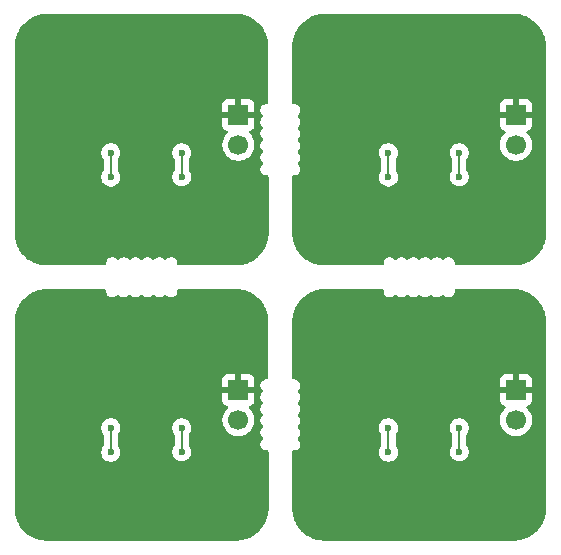
<source format=gbr>
%TF.GenerationSoftware,KiCad,Pcbnew,9.0.5*%
%TF.CreationDate,2025-10-24T18:10:22+02:00*%
%TF.ProjectId,panel,70616e65-6c2e-46b6-9963-61645f706362,rev?*%
%TF.SameCoordinates,Original*%
%TF.FileFunction,Copper,L2,Bot*%
%TF.FilePolarity,Positive*%
%FSLAX46Y46*%
G04 Gerber Fmt 4.6, Leading zero omitted, Abs format (unit mm)*
G04 Created by KiCad (PCBNEW 9.0.5) date 2025-10-24 18:10:22*
%MOMM*%
%LPD*%
G01*
G04 APERTURE LIST*
%TA.AperFunction,ComponentPad*%
%ADD10C,5.000000*%
%TD*%
%TA.AperFunction,ComponentPad*%
%ADD11R,1.700000X1.700000*%
%TD*%
%TA.AperFunction,ComponentPad*%
%ADD12C,1.700000*%
%TD*%
%TA.AperFunction,ViaPad*%
%ADD13C,0.600000*%
%TD*%
%TA.AperFunction,Conductor*%
%ADD14C,0.200000*%
%TD*%
G04 APERTURE END LIST*
D10*
%TO.P,H1,1,1*%
%TO.N,Board_3-GND*%
X152250000Y-46050000D03*
%TD*%
%TO.P,H3,1,1*%
%TO.N,Board_2-GND*%
X144742737Y-61850000D03*
%TD*%
D11*
%TO.P,J1,1,Pin_1*%
%TO.N,Board_2-GND*%
X144942737Y-51850000D03*
D12*
%TO.P,J1,2,Pin_2*%
%TO.N,Board_2-VCC*%
X144942737Y-54390000D03*
%TD*%
D10*
%TO.P,H3,1,1*%
%TO.N,Board_0-GND*%
X144742737Y-38550000D03*
%TD*%
%TO.P,H4,1,1*%
%TO.N,Board_2-GND*%
X128742737Y-61850000D03*
%TD*%
%TO.P,H4,1,1*%
%TO.N,Board_0-GND*%
X128742737Y-38550000D03*
%TD*%
%TO.P,H4,1,1*%
%TO.N,Board_1-GND*%
X152250000Y-38550000D03*
%TD*%
%TO.P,H2,1,1*%
%TO.N,Board_3-GND*%
X168250000Y-46050000D03*
%TD*%
%TO.P,H2,1,1*%
%TO.N,Board_0-GND*%
X144742737Y-22750000D03*
%TD*%
%TO.P,H2,1,1*%
%TO.N,Board_1-GND*%
X168250000Y-22750000D03*
%TD*%
D11*
%TO.P,J1,1,Pin_1*%
%TO.N,Board_0-GND*%
X144942737Y-28550000D03*
D12*
%TO.P,J1,2,Pin_2*%
%TO.N,Board_0-VCC*%
X144942737Y-31090000D03*
%TD*%
D10*
%TO.P,H1,1,1*%
%TO.N,Board_0-GND*%
X128742737Y-22750000D03*
%TD*%
%TO.P,H2,1,1*%
%TO.N,Board_2-GND*%
X144742737Y-46050000D03*
%TD*%
%TO.P,H3,1,1*%
%TO.N,Board_3-GND*%
X168250000Y-61850000D03*
%TD*%
D11*
%TO.P,J1,1,Pin_1*%
%TO.N,Board_1-GND*%
X168450000Y-28550000D03*
D12*
%TO.P,J1,2,Pin_2*%
%TO.N,Board_1-VCC*%
X168450000Y-31090000D03*
%TD*%
D10*
%TO.P,H4,1,1*%
%TO.N,Board_3-GND*%
X152250000Y-61850000D03*
%TD*%
%TO.P,H1,1,1*%
%TO.N,Board_2-GND*%
X128742737Y-46050000D03*
%TD*%
%TO.P,H1,1,1*%
%TO.N,Board_1-GND*%
X152250000Y-22750000D03*
%TD*%
D11*
%TO.P,J1,1,Pin_1*%
%TO.N,Board_3-GND*%
X168450000Y-51850000D03*
D12*
%TO.P,J1,2,Pin_2*%
%TO.N,Board_3-VCC*%
X168450000Y-54390000D03*
%TD*%
D10*
%TO.P,H3,1,1*%
%TO.N,Board_1-GND*%
X168250000Y-38550000D03*
%TD*%
D13*
%TO.N,Board_0-Net-(D1-K)*%
X140142737Y-33800000D03*
X140142737Y-31750000D03*
%TO.N,Board_0-Net-(D2-K)*%
X134142737Y-33825000D03*
X134142737Y-31750000D03*
%TO.N,Board_1-Net-(D1-K)*%
X163650000Y-33800000D03*
X163650000Y-31750000D03*
%TO.N,Board_1-Net-(D2-K)*%
X157650000Y-33825000D03*
X157650000Y-31750000D03*
%TO.N,Board_2-Net-(D1-K)*%
X140142737Y-55050000D03*
X140142737Y-57100000D03*
%TO.N,Board_2-Net-(D2-K)*%
X134142737Y-57125000D03*
X134142737Y-55050000D03*
%TO.N,Board_3-Net-(D1-K)*%
X163650000Y-55050000D03*
X163650000Y-57100000D03*
%TO.N,Board_3-Net-(D2-K)*%
X157650000Y-57125000D03*
X157650000Y-55050000D03*
%TD*%
D14*
%TO.N,Board_0-Net-(D1-K)*%
X140142737Y-33800000D02*
X140142737Y-31750000D01*
%TO.N,Board_0-Net-(D2-K)*%
X134142737Y-33825000D02*
X134142737Y-31750000D01*
%TO.N,Board_1-Net-(D1-K)*%
X163650000Y-33800000D02*
X163650000Y-31750000D01*
%TO.N,Board_1-Net-(D2-K)*%
X157650000Y-33825000D02*
X157650000Y-31750000D01*
%TO.N,Board_2-Net-(D1-K)*%
X140142737Y-57100000D02*
X140142737Y-55050000D01*
%TO.N,Board_2-Net-(D2-K)*%
X134142737Y-57125000D02*
X134142737Y-55050000D01*
%TO.N,Board_3-Net-(D1-K)*%
X163650000Y-57100000D02*
X163650000Y-55050000D01*
%TO.N,Board_3-Net-(D2-K)*%
X157650000Y-57125000D02*
X157650000Y-55050000D01*
%TD*%
%TA.AperFunction,Conductor*%
%TO.N,Board_3-GND*%
G36*
X157196365Y-43320185D02*
G01*
X157242120Y-43372989D01*
X157250061Y-43425981D01*
X157253131Y-43425981D01*
X157253131Y-43434108D01*
X157253131Y-43565892D01*
X157270185Y-43629539D01*
X157287239Y-43693187D01*
X157301789Y-43718387D01*
X157353131Y-43807314D01*
X157446317Y-43900500D01*
X157545152Y-43957563D01*
X157554843Y-43963158D01*
X157560445Y-43966392D01*
X157687739Y-44000500D01*
X157687741Y-44000500D01*
X157819521Y-44000500D01*
X157819523Y-44000500D01*
X157946817Y-43966392D01*
X158060945Y-43900500D01*
X158154131Y-43807314D01*
X158154135Y-43807306D01*
X158155256Y-43805847D01*
X158156523Y-43804921D01*
X158159878Y-43801567D01*
X158160401Y-43802090D01*
X158211684Y-43764645D01*
X158281430Y-43760491D01*
X158342350Y-43794704D01*
X158352006Y-43805847D01*
X158353129Y-43807311D01*
X158353131Y-43807314D01*
X158446317Y-43900500D01*
X158545152Y-43957563D01*
X158554843Y-43963158D01*
X158560445Y-43966392D01*
X158687739Y-44000500D01*
X158687741Y-44000500D01*
X158819521Y-44000500D01*
X158819523Y-44000500D01*
X158946817Y-43966392D01*
X159060945Y-43900500D01*
X159154131Y-43807314D01*
X159154135Y-43807306D01*
X159155256Y-43805847D01*
X159156523Y-43804921D01*
X159159878Y-43801567D01*
X159160401Y-43802090D01*
X159211684Y-43764645D01*
X159281430Y-43760491D01*
X159342350Y-43794704D01*
X159352006Y-43805847D01*
X159353129Y-43807311D01*
X159353131Y-43807314D01*
X159446317Y-43900500D01*
X159545152Y-43957563D01*
X159554843Y-43963158D01*
X159560445Y-43966392D01*
X159687739Y-44000500D01*
X159687741Y-44000500D01*
X159819521Y-44000500D01*
X159819523Y-44000500D01*
X159946817Y-43966392D01*
X160060945Y-43900500D01*
X160154131Y-43807314D01*
X160154135Y-43807306D01*
X160155256Y-43805847D01*
X160156523Y-43804921D01*
X160159878Y-43801567D01*
X160160401Y-43802090D01*
X160211684Y-43764645D01*
X160281430Y-43760491D01*
X160342350Y-43794704D01*
X160352006Y-43805847D01*
X160353129Y-43807311D01*
X160353131Y-43807314D01*
X160446317Y-43900500D01*
X160545152Y-43957563D01*
X160554843Y-43963158D01*
X160560445Y-43966392D01*
X160687739Y-44000500D01*
X160687741Y-44000500D01*
X160819521Y-44000500D01*
X160819523Y-44000500D01*
X160946817Y-43966392D01*
X161060945Y-43900500D01*
X161154131Y-43807314D01*
X161154135Y-43807306D01*
X161155256Y-43805847D01*
X161156523Y-43804921D01*
X161159878Y-43801567D01*
X161160401Y-43802090D01*
X161211684Y-43764645D01*
X161281430Y-43760491D01*
X161342350Y-43794704D01*
X161352006Y-43805847D01*
X161353129Y-43807311D01*
X161353131Y-43807314D01*
X161446317Y-43900500D01*
X161545152Y-43957563D01*
X161554843Y-43963158D01*
X161560445Y-43966392D01*
X161687739Y-44000500D01*
X161687741Y-44000500D01*
X161819521Y-44000500D01*
X161819523Y-44000500D01*
X161946817Y-43966392D01*
X162060945Y-43900500D01*
X162154131Y-43807314D01*
X162154135Y-43807306D01*
X162155256Y-43805847D01*
X162156523Y-43804921D01*
X162159878Y-43801567D01*
X162160401Y-43802090D01*
X162211684Y-43764645D01*
X162281430Y-43760491D01*
X162342350Y-43794704D01*
X162352006Y-43805847D01*
X162353129Y-43807311D01*
X162353131Y-43807314D01*
X162446317Y-43900500D01*
X162545152Y-43957563D01*
X162554843Y-43963158D01*
X162560445Y-43966392D01*
X162687739Y-44000500D01*
X162687741Y-44000500D01*
X162819521Y-44000500D01*
X162819523Y-44000500D01*
X162946817Y-43966392D01*
X163060945Y-43900500D01*
X163154131Y-43807314D01*
X163220023Y-43693186D01*
X163254131Y-43565892D01*
X163254131Y-43434108D01*
X163254131Y-43425981D01*
X163257290Y-43425981D01*
X163265762Y-43371652D01*
X163312141Y-43319395D01*
X163377936Y-43300500D01*
X168248416Y-43300500D01*
X168251556Y-43300540D01*
X168386121Y-43303948D01*
X168392373Y-43304265D01*
X168525055Y-43314369D01*
X168531241Y-43314998D01*
X168663250Y-43331811D01*
X168669404Y-43332754D01*
X168800419Y-43356235D01*
X168806513Y-43357487D01*
X168936121Y-43387564D01*
X168942171Y-43389130D01*
X169036658Y-43416167D01*
X169070080Y-43425731D01*
X169076073Y-43427611D01*
X169095081Y-43434108D01*
X169201941Y-43470633D01*
X169207820Y-43472810D01*
X169331365Y-43522160D01*
X169337132Y-43524635D01*
X169458001Y-43580171D01*
X169463642Y-43582937D01*
X169581551Y-43644528D01*
X169587043Y-43647577D01*
X169701686Y-43715063D01*
X169706993Y-43718371D01*
X169818083Y-43791585D01*
X169823229Y-43795167D01*
X169930465Y-43873911D01*
X169935434Y-43877758D01*
X170038508Y-43961805D01*
X170043274Y-43965896D01*
X170141981Y-44055073D01*
X170146535Y-44059402D01*
X170240577Y-44153444D01*
X170244906Y-44157997D01*
X170272061Y-44188054D01*
X170334110Y-44256732D01*
X170338176Y-44261469D01*
X170422251Y-44364578D01*
X170426079Y-44369522D01*
X170504834Y-44476772D01*
X170508423Y-44481930D01*
X170581619Y-44592994D01*
X170584942Y-44598324D01*
X170652420Y-44712953D01*
X170655468Y-44718446D01*
X170717051Y-44836339D01*
X170719818Y-44841980D01*
X170775362Y-44962867D01*
X170777840Y-44968640D01*
X170827187Y-45092178D01*
X170829369Y-45098070D01*
X170872387Y-45223924D01*
X170874267Y-45229917D01*
X170910860Y-45357799D01*
X170912436Y-45363883D01*
X170942506Y-45493468D01*
X170943770Y-45499622D01*
X170967238Y-45630566D01*
X170968189Y-45636774D01*
X170984995Y-45768721D01*
X170985631Y-45774973D01*
X170995731Y-45907613D01*
X170996049Y-45913886D01*
X170999460Y-46048475D01*
X170999500Y-46051560D01*
X171006761Y-61848372D01*
X171006720Y-61851632D01*
X171003167Y-61989142D01*
X171002836Y-61995539D01*
X170992305Y-62131158D01*
X170991644Y-62137529D01*
X170974135Y-62272342D01*
X170973147Y-62278670D01*
X170948684Y-62412488D01*
X170947369Y-62418757D01*
X170916041Y-62551077D01*
X170914405Y-62557270D01*
X170876281Y-62687813D01*
X170874328Y-62693912D01*
X170829511Y-62822324D01*
X170827244Y-62828316D01*
X170775861Y-62954226D01*
X170773288Y-62960092D01*
X170715468Y-63083189D01*
X170712595Y-63088916D01*
X170648490Y-63208869D01*
X170645327Y-63214437D01*
X170575119Y-63330913D01*
X170571672Y-63336312D01*
X170495564Y-63448977D01*
X170491843Y-63454190D01*
X170409983Y-63562821D01*
X170405997Y-63567836D01*
X170318655Y-63672073D01*
X170314416Y-63676874D01*
X170221794Y-63776478D01*
X170217312Y-63781055D01*
X170153009Y-63843412D01*
X170119691Y-63875721D01*
X170114979Y-63880059D01*
X170012594Y-63969564D01*
X170007663Y-63973655D01*
X169900789Y-64057754D01*
X169895656Y-64061583D01*
X169784572Y-64140060D01*
X169779247Y-64143620D01*
X169664277Y-64216244D01*
X169658774Y-64219524D01*
X169540205Y-64286114D01*
X169534542Y-64289105D01*
X169412675Y-64349494D01*
X169406863Y-64352189D01*
X169282053Y-64406198D01*
X169276112Y-64408589D01*
X169148674Y-64456084D01*
X169142615Y-64458165D01*
X169012916Y-64499008D01*
X169006759Y-64500774D01*
X168875082Y-64534876D01*
X168868841Y-64536321D01*
X168735619Y-64563569D01*
X168729315Y-64564690D01*
X168594858Y-64585025D01*
X168588501Y-64585819D01*
X168456052Y-64598899D01*
X168443866Y-64599499D01*
X152251584Y-64599499D01*
X152248443Y-64599459D01*
X152113887Y-64596049D01*
X152107613Y-64595731D01*
X151974973Y-64585631D01*
X151968721Y-64584995D01*
X151836774Y-64568189D01*
X151830566Y-64567238D01*
X151699622Y-64543770D01*
X151693468Y-64542506D01*
X151563883Y-64512436D01*
X151557799Y-64510860D01*
X151430459Y-64474422D01*
X151429912Y-64474265D01*
X151423924Y-64472387D01*
X151298070Y-64429369D01*
X151292178Y-64427187D01*
X151168640Y-64377840D01*
X151162867Y-64375362D01*
X151041980Y-64319818D01*
X151036339Y-64317051D01*
X150918446Y-64255468D01*
X150912953Y-64252420D01*
X150798324Y-64184942D01*
X150792994Y-64181619D01*
X150681930Y-64108423D01*
X150676772Y-64104834D01*
X150569522Y-64026079D01*
X150564578Y-64022251D01*
X150461469Y-63938176D01*
X150456732Y-63934110D01*
X150395533Y-63878819D01*
X150357997Y-63844906D01*
X150353444Y-63840577D01*
X150259402Y-63746535D01*
X150255073Y-63741981D01*
X150165896Y-63643274D01*
X150161805Y-63638508D01*
X150077758Y-63535434D01*
X150073911Y-63530465D01*
X149995167Y-63423229D01*
X149991579Y-63418074D01*
X149989947Y-63415597D01*
X149918371Y-63306993D01*
X149915063Y-63301686D01*
X149847577Y-63187043D01*
X149844528Y-63181551D01*
X149782937Y-63063642D01*
X149780171Y-63058001D01*
X149756826Y-63007192D01*
X149724632Y-62937126D01*
X149722157Y-62931358D01*
X149693846Y-62860483D01*
X149672810Y-62807820D01*
X149670631Y-62801935D01*
X149627611Y-62676073D01*
X149625731Y-62670080D01*
X149593451Y-62557270D01*
X149589130Y-62542171D01*
X149587560Y-62536105D01*
X149557487Y-62406513D01*
X149556235Y-62400419D01*
X149532754Y-62269404D01*
X149531811Y-62263250D01*
X149514998Y-62131241D01*
X149514369Y-62125055D01*
X149504265Y-61992373D01*
X149503948Y-61986109D01*
X149500540Y-61851556D01*
X149500500Y-61848416D01*
X149500500Y-57074304D01*
X149520185Y-57007265D01*
X149572989Y-56961510D01*
X149625981Y-56953587D01*
X149625981Y-56950500D01*
X149765890Y-56950500D01*
X149765892Y-56950500D01*
X149893186Y-56916392D01*
X150007314Y-56850500D01*
X150100500Y-56757314D01*
X150166392Y-56643186D01*
X150200500Y-56515892D01*
X150200500Y-56384108D01*
X150166392Y-56256814D01*
X150100500Y-56142686D01*
X150007314Y-56049500D01*
X150007311Y-56049498D01*
X150005847Y-56048375D01*
X150004921Y-56047107D01*
X150001567Y-56043753D01*
X150002090Y-56043229D01*
X149964645Y-55991947D01*
X149960491Y-55922201D01*
X149994704Y-55861281D01*
X150005847Y-55851625D01*
X150007306Y-55850504D01*
X150007314Y-55850500D01*
X150100500Y-55757314D01*
X150166392Y-55643186D01*
X150200500Y-55515892D01*
X150200500Y-55384108D01*
X150166392Y-55256814D01*
X150100500Y-55142686D01*
X150007314Y-55049500D01*
X150005308Y-55048342D01*
X149998839Y-55042577D01*
X149982671Y-55016635D01*
X149964645Y-54991947D01*
X149964365Y-54987262D01*
X149961884Y-54983280D01*
X149962052Y-54971153D01*
X156849500Y-54971153D01*
X156849500Y-55128846D01*
X156880261Y-55283489D01*
X156880264Y-55283501D01*
X156940602Y-55429172D01*
X156940609Y-55429185D01*
X157028602Y-55560874D01*
X157049480Y-55627551D01*
X157049500Y-55629765D01*
X157049500Y-56545234D01*
X157029815Y-56612273D01*
X157028602Y-56614125D01*
X156940609Y-56745814D01*
X156940602Y-56745827D01*
X156880264Y-56891498D01*
X156880261Y-56891510D01*
X156849500Y-57046153D01*
X156849500Y-57203846D01*
X156880261Y-57358489D01*
X156880264Y-57358501D01*
X156940602Y-57504172D01*
X156940609Y-57504185D01*
X157028210Y-57635288D01*
X157028213Y-57635292D01*
X157139707Y-57746786D01*
X157139711Y-57746789D01*
X157270814Y-57834390D01*
X157270827Y-57834397D01*
X157416498Y-57894735D01*
X157416503Y-57894737D01*
X157571153Y-57925499D01*
X157571156Y-57925500D01*
X157571158Y-57925500D01*
X157728844Y-57925500D01*
X157728845Y-57925499D01*
X157883497Y-57894737D01*
X158029179Y-57834394D01*
X158160289Y-57746789D01*
X158271789Y-57635289D01*
X158359394Y-57504179D01*
X158419737Y-57358497D01*
X158450500Y-57203842D01*
X158450500Y-57046158D01*
X158450500Y-57046155D01*
X158450499Y-57046153D01*
X158445527Y-57021158D01*
X158419737Y-56891503D01*
X158418800Y-56889240D01*
X158359397Y-56745827D01*
X158359390Y-56745814D01*
X158271398Y-56614125D01*
X158250520Y-56547447D01*
X158250500Y-56545234D01*
X158250500Y-55629765D01*
X158270185Y-55562726D01*
X158271398Y-55560874D01*
X158359390Y-55429185D01*
X158359390Y-55429184D01*
X158359394Y-55429179D01*
X158419737Y-55283497D01*
X158450500Y-55128842D01*
X158450500Y-54971158D01*
X158450500Y-54971155D01*
X158450499Y-54971153D01*
X162849500Y-54971153D01*
X162849500Y-55128846D01*
X162880261Y-55283489D01*
X162880264Y-55283501D01*
X162940602Y-55429172D01*
X162940609Y-55429185D01*
X163028602Y-55560874D01*
X163049480Y-55627551D01*
X163049500Y-55629765D01*
X163049500Y-56520234D01*
X163029815Y-56587273D01*
X163028602Y-56589125D01*
X162940609Y-56720814D01*
X162940602Y-56720827D01*
X162880264Y-56866498D01*
X162880261Y-56866510D01*
X162849500Y-57021153D01*
X162849500Y-57178846D01*
X162880261Y-57333489D01*
X162880264Y-57333501D01*
X162940602Y-57479172D01*
X162940609Y-57479185D01*
X163028210Y-57610288D01*
X163028213Y-57610292D01*
X163139707Y-57721786D01*
X163139711Y-57721789D01*
X163270814Y-57809390D01*
X163270827Y-57809397D01*
X163416498Y-57869735D01*
X163416503Y-57869737D01*
X163542176Y-57894735D01*
X163571153Y-57900499D01*
X163571156Y-57900500D01*
X163571158Y-57900500D01*
X163728844Y-57900500D01*
X163728845Y-57900499D01*
X163883497Y-57869737D01*
X164029179Y-57809394D01*
X164160289Y-57721789D01*
X164271789Y-57610289D01*
X164359394Y-57479179D01*
X164419737Y-57333497D01*
X164450500Y-57178842D01*
X164450500Y-57021158D01*
X164450500Y-57021155D01*
X164450499Y-57021153D01*
X164438635Y-56961510D01*
X164419737Y-56866503D01*
X164418800Y-56864240D01*
X164359397Y-56720827D01*
X164359390Y-56720814D01*
X164271398Y-56589125D01*
X164250520Y-56522447D01*
X164250500Y-56520234D01*
X164250500Y-55629765D01*
X164270185Y-55562726D01*
X164271398Y-55560874D01*
X164359390Y-55429185D01*
X164359390Y-55429184D01*
X164359394Y-55429179D01*
X164419737Y-55283497D01*
X164450500Y-55128842D01*
X164450500Y-54971158D01*
X164450500Y-54971155D01*
X164450499Y-54971153D01*
X164444398Y-54940483D01*
X164419737Y-54816503D01*
X164395221Y-54757316D01*
X164359397Y-54670827D01*
X164359390Y-54670814D01*
X164271789Y-54539711D01*
X164271786Y-54539707D01*
X164160292Y-54428213D01*
X164160288Y-54428210D01*
X164091045Y-54381943D01*
X164029185Y-54340609D01*
X164029172Y-54340602D01*
X163891828Y-54283713D01*
X167099500Y-54283713D01*
X167099500Y-54496286D01*
X167127144Y-54670827D01*
X167132754Y-54706243D01*
X167181143Y-54855169D01*
X167198444Y-54908414D01*
X167294951Y-55097820D01*
X167419890Y-55269786D01*
X167570213Y-55420109D01*
X167742179Y-55545048D01*
X167742181Y-55545049D01*
X167742184Y-55545051D01*
X167931588Y-55641557D01*
X168133757Y-55707246D01*
X168343713Y-55740500D01*
X168343714Y-55740500D01*
X168556286Y-55740500D01*
X168556287Y-55740500D01*
X168766243Y-55707246D01*
X168968412Y-55641557D01*
X169157816Y-55545051D01*
X169252169Y-55476500D01*
X169329786Y-55420109D01*
X169329788Y-55420106D01*
X169329792Y-55420104D01*
X169480104Y-55269792D01*
X169480106Y-55269788D01*
X169480109Y-55269786D01*
X169605048Y-55097820D01*
X169605047Y-55097820D01*
X169605051Y-55097816D01*
X169701557Y-54908412D01*
X169767246Y-54706243D01*
X169800500Y-54496287D01*
X169800500Y-54283713D01*
X169767246Y-54073757D01*
X169701557Y-53871588D01*
X169605051Y-53682184D01*
X169605049Y-53682181D01*
X169605048Y-53682179D01*
X169480109Y-53510213D01*
X169366181Y-53396285D01*
X169332696Y-53334962D01*
X169337680Y-53265270D01*
X169379552Y-53209337D01*
X169410529Y-53192422D01*
X169542086Y-53143354D01*
X169542093Y-53143350D01*
X169657187Y-53057190D01*
X169657190Y-53057187D01*
X169743350Y-52942093D01*
X169743354Y-52942086D01*
X169793596Y-52807379D01*
X169793598Y-52807372D01*
X169799999Y-52747844D01*
X169800000Y-52747827D01*
X169800000Y-52100000D01*
X168883012Y-52100000D01*
X168915925Y-52042993D01*
X168950000Y-51915826D01*
X168950000Y-51784174D01*
X168915925Y-51657007D01*
X168883012Y-51600000D01*
X169800000Y-51600000D01*
X169800000Y-50952172D01*
X169799999Y-50952155D01*
X169793598Y-50892627D01*
X169793596Y-50892620D01*
X169743354Y-50757913D01*
X169743350Y-50757906D01*
X169657190Y-50642812D01*
X169657187Y-50642809D01*
X169542093Y-50556649D01*
X169542086Y-50556645D01*
X169407379Y-50506403D01*
X169407372Y-50506401D01*
X169347844Y-50500000D01*
X168700000Y-50500000D01*
X168700000Y-51416988D01*
X168642993Y-51384075D01*
X168515826Y-51350000D01*
X168384174Y-51350000D01*
X168257007Y-51384075D01*
X168200000Y-51416988D01*
X168200000Y-50500000D01*
X167552155Y-50500000D01*
X167492627Y-50506401D01*
X167492620Y-50506403D01*
X167357913Y-50556645D01*
X167357906Y-50556649D01*
X167242812Y-50642809D01*
X167242809Y-50642812D01*
X167156649Y-50757906D01*
X167156645Y-50757913D01*
X167106403Y-50892620D01*
X167106401Y-50892627D01*
X167100000Y-50952155D01*
X167100000Y-51600000D01*
X168016988Y-51600000D01*
X167984075Y-51657007D01*
X167950000Y-51784174D01*
X167950000Y-51915826D01*
X167984075Y-52042993D01*
X168016988Y-52100000D01*
X167100000Y-52100000D01*
X167100000Y-52747844D01*
X167106401Y-52807372D01*
X167106403Y-52807379D01*
X167156645Y-52942086D01*
X167156649Y-52942093D01*
X167242809Y-53057187D01*
X167242812Y-53057190D01*
X167357906Y-53143350D01*
X167357913Y-53143354D01*
X167489470Y-53192422D01*
X167545404Y-53234293D01*
X167569821Y-53299758D01*
X167554969Y-53368031D01*
X167533819Y-53396285D01*
X167419889Y-53510215D01*
X167294951Y-53682179D01*
X167198444Y-53871585D01*
X167132753Y-54073760D01*
X167099500Y-54283713D01*
X163891828Y-54283713D01*
X163883501Y-54280264D01*
X163883489Y-54280261D01*
X163728845Y-54249500D01*
X163728842Y-54249500D01*
X163571158Y-54249500D01*
X163571155Y-54249500D01*
X163416510Y-54280261D01*
X163416498Y-54280264D01*
X163270827Y-54340602D01*
X163270814Y-54340609D01*
X163139711Y-54428210D01*
X163139707Y-54428213D01*
X163028213Y-54539707D01*
X163028210Y-54539711D01*
X162940609Y-54670814D01*
X162940602Y-54670827D01*
X162880264Y-54816498D01*
X162880261Y-54816510D01*
X162849500Y-54971153D01*
X158450499Y-54971153D01*
X158444398Y-54940483D01*
X158419737Y-54816503D01*
X158395221Y-54757316D01*
X158359397Y-54670827D01*
X158359390Y-54670814D01*
X158271789Y-54539711D01*
X158271786Y-54539707D01*
X158160292Y-54428213D01*
X158160288Y-54428210D01*
X158029185Y-54340609D01*
X158029172Y-54340602D01*
X157883501Y-54280264D01*
X157883489Y-54280261D01*
X157728845Y-54249500D01*
X157728842Y-54249500D01*
X157571158Y-54249500D01*
X157571155Y-54249500D01*
X157416510Y-54280261D01*
X157416498Y-54280264D01*
X157270827Y-54340602D01*
X157270814Y-54340609D01*
X157139711Y-54428210D01*
X157139707Y-54428213D01*
X157028213Y-54539707D01*
X157028210Y-54539711D01*
X156940609Y-54670814D01*
X156940602Y-54670827D01*
X156880264Y-54816498D01*
X156880261Y-54816510D01*
X156849500Y-54971153D01*
X149962052Y-54971153D01*
X149962308Y-54952714D01*
X149960491Y-54922201D01*
X149962788Y-54918109D01*
X149962854Y-54913417D01*
X149979735Y-54887933D01*
X149994704Y-54861281D01*
X150001014Y-54855812D01*
X150001441Y-54855169D01*
X150002083Y-54854886D01*
X150005847Y-54851625D01*
X150007306Y-54850504D01*
X150007314Y-54850500D01*
X150100500Y-54757314D01*
X150166392Y-54643186D01*
X150200500Y-54515892D01*
X150200500Y-54384108D01*
X150166392Y-54256814D01*
X150100500Y-54142686D01*
X150007314Y-54049500D01*
X150007311Y-54049498D01*
X150005847Y-54048375D01*
X150004921Y-54047107D01*
X150001567Y-54043753D01*
X150002090Y-54043229D01*
X149964645Y-53991947D01*
X149960491Y-53922201D01*
X149994704Y-53861281D01*
X150005847Y-53851625D01*
X150007306Y-53850504D01*
X150007314Y-53850500D01*
X150100500Y-53757314D01*
X150166392Y-53643186D01*
X150200500Y-53515892D01*
X150200500Y-53384108D01*
X150166392Y-53256814D01*
X150100500Y-53142686D01*
X150007314Y-53049500D01*
X150007311Y-53049498D01*
X150005847Y-53048375D01*
X150004921Y-53047107D01*
X150001567Y-53043753D01*
X150002090Y-53043229D01*
X149964645Y-52991947D01*
X149960491Y-52922201D01*
X149994704Y-52861281D01*
X150005847Y-52851625D01*
X150007306Y-52850504D01*
X150007314Y-52850500D01*
X150100500Y-52757314D01*
X150166392Y-52643186D01*
X150200500Y-52515892D01*
X150200500Y-52384108D01*
X150166392Y-52256814D01*
X150100500Y-52142686D01*
X150007314Y-52049500D01*
X150007311Y-52049498D01*
X150005847Y-52048375D01*
X150004921Y-52047107D01*
X150001567Y-52043753D01*
X150002090Y-52043229D01*
X149964645Y-51991947D01*
X149960491Y-51922201D01*
X149994704Y-51861281D01*
X150005847Y-51851625D01*
X150007306Y-51850504D01*
X150007314Y-51850500D01*
X150100500Y-51757314D01*
X150166392Y-51643186D01*
X150200500Y-51515892D01*
X150200500Y-51384108D01*
X150166392Y-51256814D01*
X150100500Y-51142686D01*
X150007314Y-51049500D01*
X149931104Y-51005500D01*
X149893187Y-50983608D01*
X149829539Y-50966554D01*
X149765892Y-50949500D01*
X149634108Y-50949500D01*
X149625981Y-50949500D01*
X149625981Y-50946340D01*
X149571652Y-50937869D01*
X149519395Y-50891490D01*
X149500500Y-50825695D01*
X149500500Y-46051582D01*
X149500540Y-46048442D01*
X149503948Y-45913888D01*
X149504266Y-45907613D01*
X149504764Y-45901079D01*
X149514369Y-45774938D01*
X149514997Y-45768760D01*
X149531809Y-45636765D01*
X149532758Y-45630571D01*
X149545366Y-45560230D01*
X149556230Y-45499610D01*
X149557491Y-45493473D01*
X149587569Y-45363852D01*
X149589132Y-45357821D01*
X149625732Y-45229912D01*
X149627611Y-45223924D01*
X149629385Y-45218733D01*
X149670637Y-45098043D01*
X149672805Y-45092190D01*
X149722165Y-44968618D01*
X149724626Y-44962885D01*
X149780179Y-44841980D01*
X149782937Y-44836355D01*
X149782946Y-44836339D01*
X149844532Y-44718437D01*
X149847577Y-44712954D01*
X149880911Y-44656326D01*
X149915068Y-44598302D01*
X149918359Y-44593021D01*
X149991598Y-44481895D01*
X149995167Y-44476768D01*
X150073922Y-44369516D01*
X150077745Y-44364578D01*
X150161813Y-44261479D01*
X150165896Y-44256723D01*
X150213782Y-44203720D01*
X150255092Y-44157995D01*
X150259382Y-44153482D01*
X150353464Y-44059400D01*
X150357976Y-44055110D01*
X150456761Y-43965861D01*
X150461446Y-43961840D01*
X150564602Y-43877726D01*
X150569498Y-43873936D01*
X150676799Y-43795143D01*
X150681923Y-43791579D01*
X150792994Y-43718378D01*
X150798305Y-43715066D01*
X150912961Y-43647572D01*
X150918446Y-43644529D01*
X151036339Y-43582946D01*
X151041980Y-43580179D01*
X151162867Y-43524635D01*
X151168606Y-43522171D01*
X151292205Y-43472799D01*
X151298042Y-43470638D01*
X151423964Y-43427597D01*
X151429876Y-43425742D01*
X151557826Y-43389129D01*
X151563856Y-43387567D01*
X151693487Y-43357486D01*
X151699602Y-43356230D01*
X151830572Y-43332758D01*
X151836768Y-43331808D01*
X151968750Y-43314998D01*
X151974944Y-43314368D01*
X152107626Y-43304265D01*
X152113874Y-43303948D01*
X152248444Y-43300540D01*
X152251584Y-43300500D01*
X157129326Y-43300500D01*
X157196365Y-43320185D01*
G37*
%TD.AperFunction*%
%TD*%
%TA.AperFunction,Conductor*%
%TO.N,Board_0-GND*%
G36*
X144744293Y-20000540D02*
G01*
X144878858Y-20003948D01*
X144885110Y-20004265D01*
X145017792Y-20014369D01*
X145023978Y-20014998D01*
X145155987Y-20031811D01*
X145162141Y-20032754D01*
X145293156Y-20056235D01*
X145299250Y-20057487D01*
X145428858Y-20087564D01*
X145434908Y-20089130D01*
X145529395Y-20116167D01*
X145562817Y-20125731D01*
X145568810Y-20127611D01*
X145635932Y-20150553D01*
X145694678Y-20170633D01*
X145700557Y-20172810D01*
X145824102Y-20222160D01*
X145829869Y-20224635D01*
X145950738Y-20280171D01*
X145956379Y-20282937D01*
X146074288Y-20344528D01*
X146079780Y-20347577D01*
X146194423Y-20415063D01*
X146199730Y-20418371D01*
X146310820Y-20491585D01*
X146315966Y-20495167D01*
X146423202Y-20573911D01*
X146428171Y-20577758D01*
X146531245Y-20661805D01*
X146536011Y-20665896D01*
X146634718Y-20755073D01*
X146639272Y-20759402D01*
X146733314Y-20853444D01*
X146737643Y-20857997D01*
X146764798Y-20888054D01*
X146826847Y-20956732D01*
X146830913Y-20961469D01*
X146914988Y-21064578D01*
X146918816Y-21069522D01*
X146997571Y-21176772D01*
X147001160Y-21181930D01*
X147074356Y-21292994D01*
X147077679Y-21298324D01*
X147145157Y-21412953D01*
X147148205Y-21418446D01*
X147209788Y-21536339D01*
X147212555Y-21541980D01*
X147268099Y-21662867D01*
X147270577Y-21668640D01*
X147319924Y-21792178D01*
X147322106Y-21798070D01*
X147365124Y-21923924D01*
X147367004Y-21929917D01*
X147403597Y-22057799D01*
X147405173Y-22063883D01*
X147435243Y-22193468D01*
X147436507Y-22199622D01*
X147459975Y-22330566D01*
X147460926Y-22336774D01*
X147477732Y-22468721D01*
X147478368Y-22474973D01*
X147488468Y-22607613D01*
X147488786Y-22613886D01*
X147492197Y-22748475D01*
X147492237Y-22751560D01*
X147494431Y-27525692D01*
X147474777Y-27592741D01*
X147421994Y-27638520D01*
X147369238Y-27646439D01*
X147369238Y-27649592D01*
X147229327Y-27649592D01*
X147102031Y-27683700D01*
X146987905Y-27749592D01*
X146987902Y-27749594D01*
X146894721Y-27842775D01*
X146894719Y-27842778D01*
X146828827Y-27956904D01*
X146803883Y-28050000D01*
X146794719Y-28084200D01*
X146794719Y-28215984D01*
X146801956Y-28242993D01*
X146828827Y-28343279D01*
X146836753Y-28357007D01*
X146894719Y-28457406D01*
X146894721Y-28457408D01*
X146987904Y-28550591D01*
X146989603Y-28551895D01*
X146990671Y-28553358D01*
X146993652Y-28556339D01*
X146993187Y-28556803D01*
X147030804Y-28608324D01*
X147034956Y-28678070D01*
X147000742Y-28738989D01*
X146989604Y-28748640D01*
X146988365Y-28749590D01*
X146895180Y-28842775D01*
X146895178Y-28842778D01*
X146829286Y-28956904D01*
X146795178Y-29084200D01*
X146795178Y-29215983D01*
X146829286Y-29343279D01*
X146859830Y-29396182D01*
X146895178Y-29457406D01*
X146895180Y-29457408D01*
X146988363Y-29550591D01*
X146990062Y-29551895D01*
X146991130Y-29553358D01*
X146994111Y-29556339D01*
X146993646Y-29556803D01*
X147031263Y-29608324D01*
X147035415Y-29678070D01*
X147001201Y-29738989D01*
X146990070Y-29748635D01*
X146988826Y-29749589D01*
X146895640Y-29842775D01*
X146895638Y-29842778D01*
X146829746Y-29956904D01*
X146795638Y-30084200D01*
X146795638Y-30215983D01*
X146829746Y-30343279D01*
X146852208Y-30382184D01*
X146895638Y-30457406D01*
X146988824Y-30550592D01*
X146988827Y-30550594D01*
X146990514Y-30551888D01*
X146991580Y-30553348D01*
X146994571Y-30556339D01*
X146994104Y-30556805D01*
X147031719Y-30608314D01*
X147035877Y-30678060D01*
X147001668Y-30738982D01*
X146990530Y-30748634D01*
X146989286Y-30749588D01*
X146896100Y-30842774D01*
X146896098Y-30842777D01*
X146830206Y-30956903D01*
X146807778Y-31040609D01*
X146796098Y-31084199D01*
X146796098Y-31215983D01*
X146802455Y-31239707D01*
X146830206Y-31343278D01*
X146846112Y-31370827D01*
X146896098Y-31457405D01*
X146896100Y-31457407D01*
X146989283Y-31550590D01*
X146990982Y-31551894D01*
X146992050Y-31553357D01*
X146995031Y-31556338D01*
X146994566Y-31556802D01*
X147032183Y-31608323D01*
X147036335Y-31678069D01*
X147002121Y-31738988D01*
X146990990Y-31748634D01*
X146989746Y-31749588D01*
X146896560Y-31842774D01*
X146896558Y-31842777D01*
X146830666Y-31956903D01*
X146796558Y-32084199D01*
X146796558Y-32215982D01*
X146830666Y-32343278D01*
X146863612Y-32400341D01*
X146896558Y-32457405D01*
X146896560Y-32457407D01*
X146989743Y-32550590D01*
X146991442Y-32551894D01*
X146992510Y-32553357D01*
X146995491Y-32556338D01*
X146995026Y-32556802D01*
X147032643Y-32608323D01*
X147036795Y-32678069D01*
X147002581Y-32738988D01*
X146991443Y-32748639D01*
X146990204Y-32749589D01*
X146897019Y-32842774D01*
X146897017Y-32842777D01*
X146831125Y-32956903D01*
X146797017Y-33084199D01*
X146797017Y-33215982D01*
X146831125Y-33343278D01*
X146842310Y-33362650D01*
X146897017Y-33457405D01*
X146990203Y-33550591D01*
X147061077Y-33591510D01*
X147096803Y-33612137D01*
X147104331Y-33616483D01*
X147231625Y-33650591D01*
X147231627Y-33650591D01*
X147371536Y-33650591D01*
X147371536Y-33653671D01*
X147426130Y-33662174D01*
X147478395Y-33708543D01*
X147497303Y-33774301D01*
X147499498Y-38548372D01*
X147499457Y-38551632D01*
X147495904Y-38689142D01*
X147495573Y-38695539D01*
X147485042Y-38831158D01*
X147484381Y-38837529D01*
X147466872Y-38972342D01*
X147465884Y-38978670D01*
X147441421Y-39112488D01*
X147440106Y-39118757D01*
X147408778Y-39251077D01*
X147407142Y-39257270D01*
X147369018Y-39387813D01*
X147367065Y-39393912D01*
X147322248Y-39522324D01*
X147319981Y-39528316D01*
X147268598Y-39654226D01*
X147266025Y-39660092D01*
X147208205Y-39783189D01*
X147205332Y-39788916D01*
X147141227Y-39908869D01*
X147138064Y-39914437D01*
X147067856Y-40030913D01*
X147064409Y-40036312D01*
X146988301Y-40148977D01*
X146984580Y-40154190D01*
X146902720Y-40262821D01*
X146898734Y-40267836D01*
X146811392Y-40372073D01*
X146807153Y-40376874D01*
X146714531Y-40476478D01*
X146710049Y-40481055D01*
X146645746Y-40543412D01*
X146612428Y-40575721D01*
X146607716Y-40580059D01*
X146505331Y-40669564D01*
X146500400Y-40673655D01*
X146393526Y-40757754D01*
X146388393Y-40761583D01*
X146277309Y-40840060D01*
X146271984Y-40843620D01*
X146157014Y-40916244D01*
X146151511Y-40919524D01*
X146032942Y-40986114D01*
X146027279Y-40989105D01*
X145905412Y-41049494D01*
X145899600Y-41052189D01*
X145774790Y-41106198D01*
X145768849Y-41108589D01*
X145641411Y-41156084D01*
X145635352Y-41158165D01*
X145505653Y-41199008D01*
X145499496Y-41200774D01*
X145367819Y-41234876D01*
X145361578Y-41236321D01*
X145228356Y-41263569D01*
X145222052Y-41264690D01*
X145087595Y-41285025D01*
X145081238Y-41285819D01*
X144948790Y-41298899D01*
X144936604Y-41299499D01*
X139870673Y-41299499D01*
X139803634Y-41279814D01*
X139757879Y-41227010D01*
X139749938Y-41174018D01*
X139746868Y-41174018D01*
X139746868Y-41034109D01*
X139746868Y-41034107D01*
X139712760Y-40906813D01*
X139646868Y-40792685D01*
X139553682Y-40699499D01*
X139496618Y-40666553D01*
X139439555Y-40633607D01*
X139375907Y-40616553D01*
X139312260Y-40599499D01*
X139180476Y-40599499D01*
X139053180Y-40633607D01*
X138939054Y-40699499D01*
X138939051Y-40699501D01*
X138845866Y-40792686D01*
X138844738Y-40794157D01*
X138843470Y-40795082D01*
X138840121Y-40798432D01*
X138839598Y-40797909D01*
X138788308Y-40835355D01*
X138718561Y-40839505D01*
X138657643Y-40805288D01*
X138647998Y-40794157D01*
X138646869Y-40792686D01*
X138553684Y-40699501D01*
X138553682Y-40699499D01*
X138496618Y-40666553D01*
X138439555Y-40633607D01*
X138375907Y-40616553D01*
X138312260Y-40599499D01*
X138180476Y-40599499D01*
X138053180Y-40633607D01*
X137939054Y-40699499D01*
X137939051Y-40699501D01*
X137845866Y-40792686D01*
X137844738Y-40794157D01*
X137843470Y-40795082D01*
X137840121Y-40798432D01*
X137839598Y-40797909D01*
X137788308Y-40835355D01*
X137718561Y-40839505D01*
X137657643Y-40805288D01*
X137647998Y-40794157D01*
X137646869Y-40792686D01*
X137553684Y-40699501D01*
X137553682Y-40699499D01*
X137496618Y-40666553D01*
X137439555Y-40633607D01*
X137375907Y-40616553D01*
X137312260Y-40599499D01*
X137180476Y-40599499D01*
X137053180Y-40633607D01*
X136939054Y-40699499D01*
X136939051Y-40699501D01*
X136845866Y-40792686D01*
X136844738Y-40794157D01*
X136843470Y-40795082D01*
X136840121Y-40798432D01*
X136839598Y-40797909D01*
X136788308Y-40835355D01*
X136718561Y-40839505D01*
X136657643Y-40805288D01*
X136647992Y-40794149D01*
X136646870Y-40792687D01*
X136646869Y-40792685D01*
X136553683Y-40699499D01*
X136496619Y-40666553D01*
X136439556Y-40633607D01*
X136375908Y-40616553D01*
X136312261Y-40599499D01*
X136180477Y-40599499D01*
X136053181Y-40633607D01*
X135939055Y-40699499D01*
X135939052Y-40699501D01*
X135845867Y-40792686D01*
X135844739Y-40794157D01*
X135843471Y-40795082D01*
X135840122Y-40798432D01*
X135839599Y-40797909D01*
X135788309Y-40835355D01*
X135718562Y-40839505D01*
X135657644Y-40805288D01*
X135647999Y-40794157D01*
X135646870Y-40792686D01*
X135553685Y-40699501D01*
X135553683Y-40699499D01*
X135496619Y-40666553D01*
X135439556Y-40633607D01*
X135375908Y-40616553D01*
X135312261Y-40599499D01*
X135180477Y-40599499D01*
X135053181Y-40633607D01*
X134939055Y-40699499D01*
X134939052Y-40699501D01*
X134845867Y-40792686D01*
X134844739Y-40794157D01*
X134843471Y-40795082D01*
X134840122Y-40798432D01*
X134839599Y-40797909D01*
X134788309Y-40835355D01*
X134718562Y-40839505D01*
X134657644Y-40805288D01*
X134647999Y-40794157D01*
X134646870Y-40792686D01*
X134553685Y-40699501D01*
X134553683Y-40699499D01*
X134496619Y-40666553D01*
X134439556Y-40633607D01*
X134375908Y-40616553D01*
X134312261Y-40599499D01*
X134180477Y-40599499D01*
X134053181Y-40633607D01*
X133939055Y-40699499D01*
X133939052Y-40699501D01*
X133845871Y-40792682D01*
X133845869Y-40792685D01*
X133779977Y-40906811D01*
X133745869Y-41034107D01*
X133745869Y-41174018D01*
X133742710Y-41174018D01*
X133734238Y-41228347D01*
X133687859Y-41280604D01*
X133622064Y-41299499D01*
X128744321Y-41299499D01*
X128741180Y-41299459D01*
X128606624Y-41296049D01*
X128600350Y-41295731D01*
X128467710Y-41285631D01*
X128461458Y-41284995D01*
X128329511Y-41268189D01*
X128323303Y-41267238D01*
X128192359Y-41243770D01*
X128186205Y-41242506D01*
X128056620Y-41212436D01*
X128050536Y-41210860D01*
X127923196Y-41174422D01*
X127922649Y-41174265D01*
X127916661Y-41172387D01*
X127903118Y-41167758D01*
X127865820Y-41155009D01*
X127790807Y-41129369D01*
X127784915Y-41127187D01*
X127661377Y-41077840D01*
X127655604Y-41075362D01*
X127534717Y-41019818D01*
X127529076Y-41017051D01*
X127411183Y-40955468D01*
X127405690Y-40952420D01*
X127291061Y-40884942D01*
X127285731Y-40881619D01*
X127174667Y-40808423D01*
X127169509Y-40804834D01*
X127062259Y-40726079D01*
X127057315Y-40722251D01*
X126954206Y-40638176D01*
X126949469Y-40634110D01*
X126948912Y-40633607D01*
X126850734Y-40544906D01*
X126846181Y-40540577D01*
X126752139Y-40446535D01*
X126747810Y-40441981D01*
X126658633Y-40343274D01*
X126654542Y-40338508D01*
X126570495Y-40235434D01*
X126566648Y-40230465D01*
X126487904Y-40123229D01*
X126484316Y-40118074D01*
X126482684Y-40115597D01*
X126411108Y-40006993D01*
X126407800Y-40001686D01*
X126340314Y-39887043D01*
X126337265Y-39881551D01*
X126275674Y-39763642D01*
X126272908Y-39758001D01*
X126249563Y-39707192D01*
X126217369Y-39637126D01*
X126214894Y-39631358D01*
X126186583Y-39560483D01*
X126165547Y-39507820D01*
X126163368Y-39501935D01*
X126120348Y-39376073D01*
X126118468Y-39370080D01*
X126086188Y-39257270D01*
X126081867Y-39242171D01*
X126080297Y-39236105D01*
X126050224Y-39106513D01*
X126048972Y-39100419D01*
X126025491Y-38969404D01*
X126024548Y-38963250D01*
X126007735Y-38831241D01*
X126007106Y-38825055D01*
X125997002Y-38692373D01*
X125996685Y-38686109D01*
X125993277Y-38551556D01*
X125993237Y-38548416D01*
X125993237Y-31671153D01*
X133342237Y-31671153D01*
X133342237Y-31828846D01*
X133372998Y-31983489D01*
X133373001Y-31983501D01*
X133433339Y-32129172D01*
X133433346Y-32129185D01*
X133521339Y-32260874D01*
X133542217Y-32327551D01*
X133542237Y-32329765D01*
X133542237Y-33245234D01*
X133522552Y-33312273D01*
X133521339Y-33314125D01*
X133433346Y-33445814D01*
X133433339Y-33445827D01*
X133373001Y-33591498D01*
X133372998Y-33591510D01*
X133342237Y-33746153D01*
X133342237Y-33903846D01*
X133372998Y-34058489D01*
X133373001Y-34058501D01*
X133433339Y-34204172D01*
X133433346Y-34204185D01*
X133520947Y-34335288D01*
X133520950Y-34335292D01*
X133632444Y-34446786D01*
X133632448Y-34446789D01*
X133763551Y-34534390D01*
X133763564Y-34534397D01*
X133909235Y-34594735D01*
X133909240Y-34594737D01*
X134063890Y-34625499D01*
X134063893Y-34625500D01*
X134063895Y-34625500D01*
X134221581Y-34625500D01*
X134221582Y-34625499D01*
X134376234Y-34594737D01*
X134521916Y-34534394D01*
X134653026Y-34446789D01*
X134764526Y-34335289D01*
X134852131Y-34204179D01*
X134912474Y-34058497D01*
X134943237Y-33903842D01*
X134943237Y-33746158D01*
X134943237Y-33746155D01*
X134943236Y-33746153D01*
X134938264Y-33721158D01*
X134912474Y-33591503D01*
X134911537Y-33589240D01*
X134852134Y-33445827D01*
X134852127Y-33445814D01*
X134764135Y-33314125D01*
X134743257Y-33247447D01*
X134743237Y-33245234D01*
X134743237Y-32329765D01*
X134762922Y-32262726D01*
X134764135Y-32260874D01*
X134852127Y-32129185D01*
X134852127Y-32129184D01*
X134852131Y-32129179D01*
X134912474Y-31983497D01*
X134943237Y-31828842D01*
X134943237Y-31671158D01*
X134943237Y-31671155D01*
X134943236Y-31671153D01*
X139342237Y-31671153D01*
X139342237Y-31828846D01*
X139372998Y-31983489D01*
X139373001Y-31983501D01*
X139433339Y-32129172D01*
X139433346Y-32129185D01*
X139521339Y-32260874D01*
X139542217Y-32327551D01*
X139542237Y-32329765D01*
X139542237Y-33220234D01*
X139522552Y-33287273D01*
X139521339Y-33289125D01*
X139433346Y-33420814D01*
X139433339Y-33420827D01*
X139373001Y-33566498D01*
X139372998Y-33566510D01*
X139342237Y-33721153D01*
X139342237Y-33878846D01*
X139372998Y-34033489D01*
X139373001Y-34033501D01*
X139433339Y-34179172D01*
X139433346Y-34179185D01*
X139520947Y-34310288D01*
X139520950Y-34310292D01*
X139632444Y-34421786D01*
X139632448Y-34421789D01*
X139763551Y-34509390D01*
X139763564Y-34509397D01*
X139909235Y-34569735D01*
X139909240Y-34569737D01*
X140034913Y-34594735D01*
X140063890Y-34600499D01*
X140063893Y-34600500D01*
X140063895Y-34600500D01*
X140221581Y-34600500D01*
X140221582Y-34600499D01*
X140376234Y-34569737D01*
X140521916Y-34509394D01*
X140653026Y-34421789D01*
X140764526Y-34310289D01*
X140852131Y-34179179D01*
X140912474Y-34033497D01*
X140943237Y-33878842D01*
X140943237Y-33721158D01*
X140943237Y-33721155D01*
X140943236Y-33721153D01*
X140931504Y-33662174D01*
X140912474Y-33566503D01*
X140911537Y-33564240D01*
X140852134Y-33420827D01*
X140852127Y-33420814D01*
X140764135Y-33289125D01*
X140743257Y-33222447D01*
X140743237Y-33220234D01*
X140743237Y-32329765D01*
X140762922Y-32262726D01*
X140764135Y-32260874D01*
X140852127Y-32129185D01*
X140852127Y-32129184D01*
X140852131Y-32129179D01*
X140912474Y-31983497D01*
X140943237Y-31828842D01*
X140943237Y-31671158D01*
X140943237Y-31671155D01*
X140943236Y-31671153D01*
X140937135Y-31640483D01*
X140912474Y-31516503D01*
X140870169Y-31414368D01*
X140852134Y-31370827D01*
X140852127Y-31370814D01*
X140764526Y-31239711D01*
X140764523Y-31239707D01*
X140653029Y-31128213D01*
X140653025Y-31128210D01*
X140583782Y-31081943D01*
X140521922Y-31040609D01*
X140521909Y-31040602D01*
X140384565Y-30983713D01*
X143592237Y-30983713D01*
X143592237Y-31196287D01*
X143595357Y-31215983D01*
X143619881Y-31370827D01*
X143625491Y-31406243D01*
X143673291Y-31553357D01*
X143691181Y-31608414D01*
X143787688Y-31797820D01*
X143912627Y-31969786D01*
X144062950Y-32120109D01*
X144234916Y-32245048D01*
X144234918Y-32245049D01*
X144234921Y-32245051D01*
X144424325Y-32341557D01*
X144626494Y-32407246D01*
X144836450Y-32440500D01*
X144836451Y-32440500D01*
X145049023Y-32440500D01*
X145049024Y-32440500D01*
X145258980Y-32407246D01*
X145461149Y-32341557D01*
X145650553Y-32245051D01*
X145744906Y-32176500D01*
X145822523Y-32120109D01*
X145822525Y-32120106D01*
X145822529Y-32120104D01*
X145972841Y-31969792D01*
X145972843Y-31969788D01*
X145972846Y-31969786D01*
X146097785Y-31797820D01*
X146097784Y-31797820D01*
X146097788Y-31797816D01*
X146194294Y-31608412D01*
X146259983Y-31406243D01*
X146293237Y-31196287D01*
X146293237Y-30983713D01*
X146259983Y-30773757D01*
X146194294Y-30571588D01*
X146097788Y-30382184D01*
X146097786Y-30382181D01*
X146097785Y-30382179D01*
X145972846Y-30210213D01*
X145858918Y-30096285D01*
X145825433Y-30034962D01*
X145830417Y-29965270D01*
X145872289Y-29909337D01*
X145903266Y-29892422D01*
X146034823Y-29843354D01*
X146034830Y-29843350D01*
X146149924Y-29757190D01*
X146149927Y-29757187D01*
X146236087Y-29642093D01*
X146236091Y-29642086D01*
X146286333Y-29507379D01*
X146286335Y-29507372D01*
X146292736Y-29447844D01*
X146292737Y-29447827D01*
X146292737Y-28800000D01*
X145375749Y-28800000D01*
X145408662Y-28742993D01*
X145442737Y-28615826D01*
X145442737Y-28484174D01*
X145408662Y-28357007D01*
X145375749Y-28300000D01*
X146292737Y-28300000D01*
X146292737Y-27652172D01*
X146292736Y-27652155D01*
X146286335Y-27592627D01*
X146286333Y-27592620D01*
X146236091Y-27457913D01*
X146236087Y-27457906D01*
X146149927Y-27342812D01*
X146149924Y-27342809D01*
X146034830Y-27256649D01*
X146034823Y-27256645D01*
X145900116Y-27206403D01*
X145900109Y-27206401D01*
X145840581Y-27200000D01*
X145192737Y-27200000D01*
X145192737Y-28116988D01*
X145135730Y-28084075D01*
X145008563Y-28050000D01*
X144876911Y-28050000D01*
X144749744Y-28084075D01*
X144692737Y-28116988D01*
X144692737Y-27200000D01*
X144044892Y-27200000D01*
X143985364Y-27206401D01*
X143985357Y-27206403D01*
X143850650Y-27256645D01*
X143850643Y-27256649D01*
X143735549Y-27342809D01*
X143735546Y-27342812D01*
X143649386Y-27457906D01*
X143649382Y-27457913D01*
X143599140Y-27592620D01*
X143599138Y-27592627D01*
X143592737Y-27652155D01*
X143592737Y-28300000D01*
X144509725Y-28300000D01*
X144476812Y-28357007D01*
X144442737Y-28484174D01*
X144442737Y-28615826D01*
X144476812Y-28742993D01*
X144509725Y-28800000D01*
X143592737Y-28800000D01*
X143592737Y-29447844D01*
X143599138Y-29507372D01*
X143599140Y-29507379D01*
X143649382Y-29642086D01*
X143649386Y-29642093D01*
X143735546Y-29757187D01*
X143735549Y-29757190D01*
X143850643Y-29843350D01*
X143850650Y-29843354D01*
X143982207Y-29892422D01*
X144038141Y-29934293D01*
X144062558Y-29999758D01*
X144047706Y-30068031D01*
X144026556Y-30096285D01*
X143912626Y-30210215D01*
X143787688Y-30382179D01*
X143691181Y-30571585D01*
X143625490Y-30773760D01*
X143614559Y-30842777D01*
X143592237Y-30983713D01*
X140384565Y-30983713D01*
X140376238Y-30980264D01*
X140376226Y-30980261D01*
X140221582Y-30949500D01*
X140221579Y-30949500D01*
X140063895Y-30949500D01*
X140063892Y-30949500D01*
X139909247Y-30980261D01*
X139909235Y-30980264D01*
X139763564Y-31040602D01*
X139763551Y-31040609D01*
X139632448Y-31128210D01*
X139632444Y-31128213D01*
X139520950Y-31239707D01*
X139520947Y-31239711D01*
X139433346Y-31370814D01*
X139433339Y-31370827D01*
X139373001Y-31516498D01*
X139372998Y-31516510D01*
X139342237Y-31671153D01*
X134943236Y-31671153D01*
X134937135Y-31640483D01*
X134912474Y-31516503D01*
X134870169Y-31414368D01*
X134852134Y-31370827D01*
X134852127Y-31370814D01*
X134764526Y-31239711D01*
X134764523Y-31239707D01*
X134653029Y-31128213D01*
X134653025Y-31128210D01*
X134521922Y-31040609D01*
X134521909Y-31040602D01*
X134376238Y-30980264D01*
X134376226Y-30980261D01*
X134221582Y-30949500D01*
X134221579Y-30949500D01*
X134063895Y-30949500D01*
X134063892Y-30949500D01*
X133909247Y-30980261D01*
X133909235Y-30980264D01*
X133763564Y-31040602D01*
X133763551Y-31040609D01*
X133632448Y-31128210D01*
X133632444Y-31128213D01*
X133520950Y-31239707D01*
X133520947Y-31239711D01*
X133433346Y-31370814D01*
X133433339Y-31370827D01*
X133373001Y-31516498D01*
X133372998Y-31516510D01*
X133342237Y-31671153D01*
X125993237Y-31671153D01*
X125993237Y-22751582D01*
X125993277Y-22748442D01*
X125996685Y-22613888D01*
X125997003Y-22607613D01*
X125997501Y-22601079D01*
X126007106Y-22474938D01*
X126007734Y-22468760D01*
X126024546Y-22336765D01*
X126025495Y-22330571D01*
X126038103Y-22260230D01*
X126048967Y-22199610D01*
X126050228Y-22193473D01*
X126080306Y-22063852D01*
X126081869Y-22057821D01*
X126118469Y-21929912D01*
X126120348Y-21923924D01*
X126122122Y-21918733D01*
X126163374Y-21798043D01*
X126165542Y-21792190D01*
X126214902Y-21668618D01*
X126217363Y-21662885D01*
X126272916Y-21541980D01*
X126275674Y-21536355D01*
X126275683Y-21536339D01*
X126337269Y-21418437D01*
X126340314Y-21412954D01*
X126373648Y-21356326D01*
X126407805Y-21298302D01*
X126411096Y-21293021D01*
X126484335Y-21181895D01*
X126487904Y-21176768D01*
X126566659Y-21069516D01*
X126570482Y-21064578D01*
X126654550Y-20961479D01*
X126658633Y-20956723D01*
X126706519Y-20903720D01*
X126747829Y-20857995D01*
X126752119Y-20853482D01*
X126846201Y-20759400D01*
X126850713Y-20755110D01*
X126949498Y-20665861D01*
X126954183Y-20661840D01*
X127057339Y-20577726D01*
X127062235Y-20573936D01*
X127169536Y-20495143D01*
X127174660Y-20491579D01*
X127285731Y-20418378D01*
X127291042Y-20415066D01*
X127405698Y-20347572D01*
X127411183Y-20344529D01*
X127529076Y-20282946D01*
X127534717Y-20280179D01*
X127655604Y-20224635D01*
X127661343Y-20222171D01*
X127784942Y-20172799D01*
X127790779Y-20170638D01*
X127916701Y-20127597D01*
X127922613Y-20125742D01*
X128050563Y-20089129D01*
X128056593Y-20087567D01*
X128186224Y-20057486D01*
X128192339Y-20056230D01*
X128323309Y-20032758D01*
X128329505Y-20031808D01*
X128461487Y-20014998D01*
X128467681Y-20014368D01*
X128600363Y-20004265D01*
X128606611Y-20003948D01*
X128741181Y-20000540D01*
X128744321Y-20000500D01*
X144741153Y-20000500D01*
X144744293Y-20000540D01*
G37*
%TD.AperFunction*%
%TD*%
%TA.AperFunction,Conductor*%
%TO.N,Board_1-GND*%
G36*
X168251556Y-20000540D02*
G01*
X168386121Y-20003948D01*
X168392373Y-20004265D01*
X168525055Y-20014369D01*
X168531241Y-20014998D01*
X168663250Y-20031811D01*
X168669404Y-20032754D01*
X168800419Y-20056235D01*
X168806513Y-20057487D01*
X168936121Y-20087564D01*
X168942171Y-20089130D01*
X169036658Y-20116167D01*
X169070080Y-20125731D01*
X169076073Y-20127611D01*
X169143195Y-20150553D01*
X169201941Y-20170633D01*
X169207820Y-20172810D01*
X169331365Y-20222160D01*
X169337132Y-20224635D01*
X169458001Y-20280171D01*
X169463642Y-20282937D01*
X169581551Y-20344528D01*
X169587043Y-20347577D01*
X169701686Y-20415063D01*
X169706993Y-20418371D01*
X169818083Y-20491585D01*
X169823229Y-20495167D01*
X169930465Y-20573911D01*
X169935434Y-20577758D01*
X170038508Y-20661805D01*
X170043274Y-20665896D01*
X170141981Y-20755073D01*
X170146535Y-20759402D01*
X170240577Y-20853444D01*
X170244906Y-20857997D01*
X170334110Y-20956732D01*
X170338176Y-20961469D01*
X170422251Y-21064578D01*
X170426079Y-21069522D01*
X170504834Y-21176772D01*
X170508423Y-21181930D01*
X170581619Y-21292994D01*
X170584942Y-21298324D01*
X170652420Y-21412953D01*
X170655468Y-21418446D01*
X170717051Y-21536339D01*
X170719818Y-21541980D01*
X170775362Y-21662867D01*
X170777840Y-21668640D01*
X170827187Y-21792178D01*
X170829369Y-21798070D01*
X170872387Y-21923924D01*
X170874267Y-21929917D01*
X170910860Y-22057799D01*
X170912436Y-22063883D01*
X170942506Y-22193468D01*
X170943770Y-22199622D01*
X170967238Y-22330566D01*
X170968189Y-22336774D01*
X170984995Y-22468721D01*
X170985631Y-22474973D01*
X170995731Y-22607613D01*
X170996049Y-22613886D01*
X170999460Y-22748475D01*
X170999500Y-22751560D01*
X171006761Y-38548372D01*
X171006720Y-38551632D01*
X171003167Y-38689142D01*
X171002836Y-38695539D01*
X170992305Y-38831158D01*
X170991644Y-38837529D01*
X170974135Y-38972342D01*
X170973147Y-38978670D01*
X170948684Y-39112488D01*
X170947369Y-39118757D01*
X170916041Y-39251077D01*
X170914405Y-39257270D01*
X170876281Y-39387813D01*
X170874328Y-39393912D01*
X170829511Y-39522324D01*
X170827244Y-39528316D01*
X170775861Y-39654226D01*
X170773288Y-39660092D01*
X170715468Y-39783189D01*
X170712595Y-39788916D01*
X170648490Y-39908869D01*
X170645327Y-39914437D01*
X170575119Y-40030913D01*
X170571672Y-40036312D01*
X170495564Y-40148977D01*
X170491843Y-40154190D01*
X170409983Y-40262821D01*
X170405997Y-40267836D01*
X170318655Y-40372073D01*
X170314416Y-40376874D01*
X170221794Y-40476478D01*
X170217312Y-40481055D01*
X170153009Y-40543412D01*
X170119691Y-40575721D01*
X170114979Y-40580059D01*
X170012594Y-40669564D01*
X170007663Y-40673655D01*
X169900789Y-40757754D01*
X169895656Y-40761583D01*
X169784572Y-40840060D01*
X169779247Y-40843620D01*
X169664277Y-40916244D01*
X169658774Y-40919524D01*
X169540205Y-40986114D01*
X169534542Y-40989105D01*
X169412675Y-41049494D01*
X169406863Y-41052189D01*
X169282053Y-41106198D01*
X169276112Y-41108589D01*
X169148674Y-41156084D01*
X169142615Y-41158165D01*
X169012916Y-41199008D01*
X169006759Y-41200774D01*
X168875082Y-41234876D01*
X168868841Y-41236321D01*
X168735619Y-41263569D01*
X168729315Y-41264690D01*
X168594858Y-41285025D01*
X168588501Y-41285819D01*
X168456053Y-41298899D01*
X168443867Y-41299499D01*
X163377936Y-41299499D01*
X163310897Y-41279814D01*
X163265142Y-41227010D01*
X163257201Y-41174018D01*
X163254131Y-41174018D01*
X163254131Y-41034109D01*
X163254131Y-41034107D01*
X163220023Y-40906813D01*
X163154131Y-40792685D01*
X163060945Y-40699499D01*
X163003881Y-40666553D01*
X162946818Y-40633607D01*
X162883170Y-40616553D01*
X162819523Y-40599499D01*
X162687739Y-40599499D01*
X162560443Y-40633607D01*
X162446317Y-40699499D01*
X162446314Y-40699501D01*
X162353129Y-40792686D01*
X162352001Y-40794157D01*
X162350733Y-40795082D01*
X162347384Y-40798432D01*
X162346861Y-40797909D01*
X162295571Y-40835355D01*
X162225824Y-40839505D01*
X162164906Y-40805288D01*
X162155261Y-40794157D01*
X162154132Y-40792686D01*
X162060947Y-40699501D01*
X162060945Y-40699499D01*
X162003881Y-40666553D01*
X161946818Y-40633607D01*
X161883170Y-40616553D01*
X161819523Y-40599499D01*
X161687739Y-40599499D01*
X161560443Y-40633607D01*
X161446317Y-40699499D01*
X161446314Y-40699501D01*
X161353129Y-40792686D01*
X161352001Y-40794157D01*
X161350733Y-40795082D01*
X161347384Y-40798432D01*
X161346861Y-40797909D01*
X161295571Y-40835355D01*
X161225824Y-40839505D01*
X161164906Y-40805288D01*
X161155261Y-40794157D01*
X161154132Y-40792686D01*
X161060947Y-40699501D01*
X161060945Y-40699499D01*
X161003881Y-40666553D01*
X160946818Y-40633607D01*
X160883170Y-40616553D01*
X160819523Y-40599499D01*
X160687739Y-40599499D01*
X160560443Y-40633607D01*
X160446317Y-40699499D01*
X160446314Y-40699501D01*
X160353129Y-40792686D01*
X160352001Y-40794157D01*
X160350733Y-40795082D01*
X160347384Y-40798432D01*
X160346861Y-40797909D01*
X160295571Y-40835355D01*
X160225824Y-40839505D01*
X160164906Y-40805288D01*
X160155261Y-40794157D01*
X160154132Y-40792686D01*
X160060947Y-40699501D01*
X160060945Y-40699499D01*
X160003881Y-40666553D01*
X159946818Y-40633607D01*
X159883170Y-40616553D01*
X159819523Y-40599499D01*
X159687739Y-40599499D01*
X159560443Y-40633607D01*
X159446317Y-40699499D01*
X159446314Y-40699501D01*
X159353129Y-40792686D01*
X159352001Y-40794157D01*
X159350733Y-40795082D01*
X159347384Y-40798432D01*
X159346861Y-40797909D01*
X159295571Y-40835355D01*
X159225824Y-40839505D01*
X159164906Y-40805288D01*
X159155261Y-40794157D01*
X159154132Y-40792686D01*
X159060947Y-40699501D01*
X159060945Y-40699499D01*
X159003881Y-40666553D01*
X158946818Y-40633607D01*
X158883170Y-40616553D01*
X158819523Y-40599499D01*
X158687739Y-40599499D01*
X158560443Y-40633607D01*
X158446317Y-40699499D01*
X158446314Y-40699501D01*
X158353129Y-40792686D01*
X158352001Y-40794157D01*
X158350733Y-40795082D01*
X158347384Y-40798432D01*
X158346861Y-40797909D01*
X158295571Y-40835355D01*
X158225824Y-40839505D01*
X158164906Y-40805288D01*
X158155261Y-40794157D01*
X158154132Y-40792686D01*
X158060947Y-40699501D01*
X158060945Y-40699499D01*
X158003881Y-40666553D01*
X157946818Y-40633607D01*
X157883170Y-40616553D01*
X157819523Y-40599499D01*
X157687739Y-40599499D01*
X157560443Y-40633607D01*
X157446317Y-40699499D01*
X157446314Y-40699501D01*
X157353133Y-40792682D01*
X157353131Y-40792685D01*
X157287239Y-40906811D01*
X157253131Y-41034107D01*
X157253131Y-41174018D01*
X157249972Y-41174018D01*
X157241500Y-41228347D01*
X157195121Y-41280604D01*
X157129326Y-41299499D01*
X152251584Y-41299499D01*
X152248443Y-41299459D01*
X152113887Y-41296049D01*
X152107613Y-41295731D01*
X151974973Y-41285631D01*
X151968721Y-41284995D01*
X151836774Y-41268189D01*
X151830566Y-41267238D01*
X151699622Y-41243770D01*
X151693468Y-41242506D01*
X151563883Y-41212436D01*
X151557799Y-41210860D01*
X151430459Y-41174422D01*
X151429912Y-41174265D01*
X151423924Y-41172387D01*
X151410378Y-41167757D01*
X151374597Y-41155526D01*
X151298070Y-41129369D01*
X151292178Y-41127187D01*
X151168640Y-41077840D01*
X151162867Y-41075362D01*
X151041980Y-41019818D01*
X151036339Y-41017051D01*
X150918446Y-40955468D01*
X150912953Y-40952420D01*
X150798324Y-40884942D01*
X150792994Y-40881619D01*
X150681930Y-40808423D01*
X150676772Y-40804834D01*
X150569522Y-40726079D01*
X150564578Y-40722251D01*
X150461469Y-40638176D01*
X150456732Y-40634110D01*
X150456175Y-40633607D01*
X150357997Y-40544906D01*
X150353444Y-40540577D01*
X150259402Y-40446535D01*
X150255073Y-40441981D01*
X150165896Y-40343274D01*
X150161805Y-40338508D01*
X150077758Y-40235434D01*
X150073911Y-40230465D01*
X149995167Y-40123229D01*
X149991579Y-40118074D01*
X149918371Y-40006993D01*
X149915063Y-40001686D01*
X149847577Y-39887043D01*
X149844528Y-39881551D01*
X149782937Y-39763642D01*
X149780171Y-39758001D01*
X149765606Y-39726302D01*
X149724632Y-39637126D01*
X149722157Y-39631358D01*
X149680027Y-39525887D01*
X149672810Y-39507820D01*
X149670631Y-39501935D01*
X149627611Y-39376073D01*
X149625731Y-39370080D01*
X149593451Y-39257270D01*
X149589130Y-39242171D01*
X149587560Y-39236105D01*
X149557487Y-39106513D01*
X149556235Y-39100419D01*
X149532754Y-38969404D01*
X149531811Y-38963250D01*
X149514998Y-38831241D01*
X149514369Y-38825055D01*
X149504265Y-38692373D01*
X149503948Y-38686109D01*
X149500540Y-38551556D01*
X149500500Y-38548416D01*
X149500500Y-33774304D01*
X149520185Y-33707265D01*
X149572989Y-33661510D01*
X149625981Y-33653587D01*
X149625981Y-33650500D01*
X149765890Y-33650500D01*
X149765892Y-33650500D01*
X149893186Y-33616392D01*
X150007314Y-33550500D01*
X150100500Y-33457314D01*
X150166392Y-33343186D01*
X150200500Y-33215892D01*
X150200500Y-33084108D01*
X150166392Y-32956814D01*
X150100500Y-32842686D01*
X150007314Y-32749500D01*
X150007311Y-32749498D01*
X150005847Y-32748375D01*
X150004921Y-32747107D01*
X150001567Y-32743753D01*
X150002090Y-32743229D01*
X149964645Y-32691947D01*
X149960491Y-32622201D01*
X149994704Y-32561281D01*
X150005847Y-32551625D01*
X150007306Y-32550504D01*
X150007314Y-32550500D01*
X150100500Y-32457314D01*
X150166392Y-32343186D01*
X150200500Y-32215892D01*
X150200500Y-32084108D01*
X150166392Y-31956814D01*
X150100500Y-31842686D01*
X150007314Y-31749500D01*
X150005308Y-31748342D01*
X149998839Y-31742577D01*
X149982671Y-31716635D01*
X149964645Y-31691947D01*
X149964365Y-31687262D01*
X149961884Y-31683280D01*
X149962052Y-31671153D01*
X156849500Y-31671153D01*
X156849500Y-31828846D01*
X156880261Y-31983489D01*
X156880264Y-31983501D01*
X156940602Y-32129172D01*
X156940609Y-32129185D01*
X157028602Y-32260874D01*
X157049480Y-32327551D01*
X157049500Y-32329765D01*
X157049500Y-33245234D01*
X157029815Y-33312273D01*
X157028602Y-33314125D01*
X156940609Y-33445814D01*
X156940602Y-33445827D01*
X156880264Y-33591498D01*
X156880261Y-33591510D01*
X156849500Y-33746153D01*
X156849500Y-33903846D01*
X156880261Y-34058489D01*
X156880264Y-34058501D01*
X156940602Y-34204172D01*
X156940609Y-34204185D01*
X157028210Y-34335288D01*
X157028213Y-34335292D01*
X157139707Y-34446786D01*
X157139711Y-34446789D01*
X157270814Y-34534390D01*
X157270827Y-34534397D01*
X157416498Y-34594735D01*
X157416503Y-34594737D01*
X157571153Y-34625499D01*
X157571156Y-34625500D01*
X157571158Y-34625500D01*
X157728844Y-34625500D01*
X157728845Y-34625499D01*
X157883497Y-34594737D01*
X158029179Y-34534394D01*
X158160289Y-34446789D01*
X158271789Y-34335289D01*
X158359394Y-34204179D01*
X158419737Y-34058497D01*
X158450500Y-33903842D01*
X158450500Y-33746158D01*
X158450500Y-33746155D01*
X158450499Y-33746153D01*
X158445527Y-33721158D01*
X158419737Y-33591503D01*
X158402752Y-33550497D01*
X158359397Y-33445827D01*
X158359390Y-33445814D01*
X158271398Y-33314125D01*
X158250520Y-33247447D01*
X158250500Y-33245234D01*
X158250500Y-32329765D01*
X158270185Y-32262726D01*
X158271398Y-32260874D01*
X158359390Y-32129185D01*
X158359390Y-32129184D01*
X158359394Y-32129179D01*
X158419737Y-31983497D01*
X158450500Y-31828842D01*
X158450500Y-31671158D01*
X158450500Y-31671155D01*
X158450499Y-31671153D01*
X162849500Y-31671153D01*
X162849500Y-31828846D01*
X162880261Y-31983489D01*
X162880264Y-31983501D01*
X162940602Y-32129172D01*
X162940609Y-32129185D01*
X163028602Y-32260874D01*
X163049480Y-32327551D01*
X163049500Y-32329765D01*
X163049500Y-33220234D01*
X163029815Y-33287273D01*
X163028602Y-33289125D01*
X162940609Y-33420814D01*
X162940602Y-33420827D01*
X162880264Y-33566498D01*
X162880261Y-33566510D01*
X162849500Y-33721153D01*
X162849500Y-33878846D01*
X162880261Y-34033489D01*
X162880264Y-34033501D01*
X162940602Y-34179172D01*
X162940609Y-34179185D01*
X163028210Y-34310288D01*
X163028213Y-34310292D01*
X163139707Y-34421786D01*
X163139711Y-34421789D01*
X163270814Y-34509390D01*
X163270827Y-34509397D01*
X163416498Y-34569735D01*
X163416503Y-34569737D01*
X163542176Y-34594735D01*
X163571153Y-34600499D01*
X163571156Y-34600500D01*
X163571158Y-34600500D01*
X163728844Y-34600500D01*
X163728845Y-34600499D01*
X163883497Y-34569737D01*
X164029179Y-34509394D01*
X164160289Y-34421789D01*
X164271789Y-34310289D01*
X164359394Y-34179179D01*
X164419737Y-34033497D01*
X164450500Y-33878842D01*
X164450500Y-33721158D01*
X164450500Y-33721155D01*
X164450499Y-33721153D01*
X164436445Y-33650499D01*
X164419737Y-33566503D01*
X164419735Y-33566498D01*
X164359397Y-33420827D01*
X164359390Y-33420814D01*
X164271398Y-33289125D01*
X164250520Y-33222447D01*
X164250500Y-33220234D01*
X164250500Y-32329765D01*
X164270185Y-32262726D01*
X164271398Y-32260874D01*
X164359390Y-32129185D01*
X164359390Y-32129184D01*
X164359394Y-32129179D01*
X164419737Y-31983497D01*
X164450500Y-31828842D01*
X164450500Y-31671158D01*
X164450500Y-31671155D01*
X164450499Y-31671153D01*
X164439606Y-31616392D01*
X164419737Y-31516503D01*
X164395221Y-31457316D01*
X164359397Y-31370827D01*
X164359390Y-31370814D01*
X164271789Y-31239711D01*
X164271786Y-31239707D01*
X164160292Y-31128213D01*
X164160288Y-31128210D01*
X164091045Y-31081943D01*
X164029185Y-31040609D01*
X164029172Y-31040602D01*
X163891828Y-30983713D01*
X167099500Y-30983713D01*
X167099500Y-31196286D01*
X167127144Y-31370827D01*
X167132754Y-31406243D01*
X167181493Y-31556247D01*
X167198444Y-31608414D01*
X167294951Y-31797820D01*
X167419890Y-31969786D01*
X167570213Y-32120109D01*
X167742179Y-32245048D01*
X167742181Y-32245049D01*
X167742184Y-32245051D01*
X167931588Y-32341557D01*
X168133757Y-32407246D01*
X168343713Y-32440500D01*
X168343714Y-32440500D01*
X168556286Y-32440500D01*
X168556287Y-32440500D01*
X168766243Y-32407246D01*
X168968412Y-32341557D01*
X169157816Y-32245051D01*
X169197953Y-32215890D01*
X169329786Y-32120109D01*
X169329788Y-32120106D01*
X169329792Y-32120104D01*
X169480104Y-31969792D01*
X169480106Y-31969788D01*
X169480109Y-31969786D01*
X169605048Y-31797820D01*
X169605047Y-31797820D01*
X169605051Y-31797816D01*
X169701557Y-31608412D01*
X169767246Y-31406243D01*
X169800500Y-31196287D01*
X169800500Y-30983713D01*
X169767246Y-30773757D01*
X169701557Y-30571588D01*
X169605051Y-30382184D01*
X169605049Y-30382181D01*
X169605048Y-30382179D01*
X169480109Y-30210213D01*
X169366181Y-30096285D01*
X169332696Y-30034962D01*
X169337680Y-29965270D01*
X169379552Y-29909337D01*
X169410529Y-29892422D01*
X169542086Y-29843354D01*
X169542093Y-29843350D01*
X169657187Y-29757190D01*
X169657190Y-29757187D01*
X169743350Y-29642093D01*
X169743354Y-29642086D01*
X169793596Y-29507379D01*
X169793598Y-29507372D01*
X169799999Y-29447844D01*
X169800000Y-29447827D01*
X169800000Y-28800000D01*
X168883012Y-28800000D01*
X168915925Y-28742993D01*
X168950000Y-28615826D01*
X168950000Y-28484174D01*
X168915925Y-28357007D01*
X168883012Y-28300000D01*
X169800000Y-28300000D01*
X169800000Y-27652172D01*
X169799999Y-27652155D01*
X169793598Y-27592627D01*
X169793596Y-27592620D01*
X169743354Y-27457913D01*
X169743350Y-27457906D01*
X169657190Y-27342812D01*
X169657187Y-27342809D01*
X169542093Y-27256649D01*
X169542086Y-27256645D01*
X169407379Y-27206403D01*
X169407372Y-27206401D01*
X169347844Y-27200000D01*
X168700000Y-27200000D01*
X168700000Y-28116988D01*
X168642993Y-28084075D01*
X168515826Y-28050000D01*
X168384174Y-28050000D01*
X168257007Y-28084075D01*
X168200000Y-28116988D01*
X168200000Y-27200000D01*
X167552155Y-27200000D01*
X167492627Y-27206401D01*
X167492620Y-27206403D01*
X167357913Y-27256645D01*
X167357906Y-27256649D01*
X167242812Y-27342809D01*
X167242809Y-27342812D01*
X167156649Y-27457906D01*
X167156645Y-27457913D01*
X167106403Y-27592620D01*
X167106401Y-27592627D01*
X167100000Y-27652155D01*
X167100000Y-28300000D01*
X168016988Y-28300000D01*
X167984075Y-28357007D01*
X167950000Y-28484174D01*
X167950000Y-28615826D01*
X167984075Y-28742993D01*
X168016988Y-28800000D01*
X167100000Y-28800000D01*
X167100000Y-29447844D01*
X167106401Y-29507372D01*
X167106403Y-29507379D01*
X167156645Y-29642086D01*
X167156649Y-29642093D01*
X167242809Y-29757187D01*
X167242812Y-29757190D01*
X167357906Y-29843350D01*
X167357913Y-29843354D01*
X167489470Y-29892422D01*
X167545404Y-29934293D01*
X167569821Y-29999758D01*
X167554969Y-30068031D01*
X167533819Y-30096285D01*
X167419889Y-30210215D01*
X167294951Y-30382179D01*
X167198444Y-30571585D01*
X167132753Y-30773760D01*
X167099500Y-30983713D01*
X163891828Y-30983713D01*
X163883501Y-30980264D01*
X163883489Y-30980261D01*
X163728845Y-30949500D01*
X163728842Y-30949500D01*
X163571158Y-30949500D01*
X163571155Y-30949500D01*
X163416510Y-30980261D01*
X163416498Y-30980264D01*
X163270827Y-31040602D01*
X163270814Y-31040609D01*
X163139711Y-31128210D01*
X163139707Y-31128213D01*
X163028213Y-31239707D01*
X163028210Y-31239711D01*
X162940609Y-31370814D01*
X162940602Y-31370827D01*
X162880264Y-31516498D01*
X162880261Y-31516510D01*
X162849500Y-31671153D01*
X158450499Y-31671153D01*
X158439606Y-31616392D01*
X158419737Y-31516503D01*
X158395221Y-31457316D01*
X158359397Y-31370827D01*
X158359390Y-31370814D01*
X158271789Y-31239711D01*
X158271786Y-31239707D01*
X158160292Y-31128213D01*
X158160288Y-31128210D01*
X158029185Y-31040609D01*
X158029172Y-31040602D01*
X157883501Y-30980264D01*
X157883489Y-30980261D01*
X157728845Y-30949500D01*
X157728842Y-30949500D01*
X157571158Y-30949500D01*
X157571155Y-30949500D01*
X157416510Y-30980261D01*
X157416498Y-30980264D01*
X157270827Y-31040602D01*
X157270814Y-31040609D01*
X157139711Y-31128210D01*
X157139707Y-31128213D01*
X157028213Y-31239707D01*
X157028210Y-31239711D01*
X156940609Y-31370814D01*
X156940602Y-31370827D01*
X156880264Y-31516498D01*
X156880261Y-31516510D01*
X156849500Y-31671153D01*
X149962052Y-31671153D01*
X149962308Y-31652714D01*
X149960491Y-31622201D01*
X149962788Y-31618109D01*
X149962854Y-31613417D01*
X149979735Y-31587933D01*
X149994704Y-31561281D01*
X150001014Y-31555812D01*
X150001441Y-31555169D01*
X150002083Y-31554886D01*
X150005847Y-31551625D01*
X150007306Y-31550504D01*
X150007314Y-31550500D01*
X150100500Y-31457314D01*
X150166392Y-31343186D01*
X150200500Y-31215892D01*
X150200500Y-31084108D01*
X150166392Y-30956814D01*
X150100500Y-30842686D01*
X150007314Y-30749500D01*
X150007311Y-30749498D01*
X150005847Y-30748375D01*
X150004921Y-30747107D01*
X150001567Y-30743753D01*
X150002090Y-30743229D01*
X149964645Y-30691947D01*
X149960491Y-30622201D01*
X149994704Y-30561281D01*
X150005847Y-30551625D01*
X150007306Y-30550504D01*
X150007314Y-30550500D01*
X150100500Y-30457314D01*
X150166392Y-30343186D01*
X150200500Y-30215892D01*
X150200500Y-30084108D01*
X150166392Y-29956814D01*
X150100500Y-29842686D01*
X150007314Y-29749500D01*
X150007311Y-29749498D01*
X150005847Y-29748375D01*
X150004921Y-29747107D01*
X150001567Y-29743753D01*
X150002090Y-29743229D01*
X149964645Y-29691947D01*
X149960491Y-29622201D01*
X149994704Y-29561281D01*
X150005847Y-29551625D01*
X150007306Y-29550504D01*
X150007314Y-29550500D01*
X150100500Y-29457314D01*
X150166392Y-29343186D01*
X150200500Y-29215892D01*
X150200500Y-29084108D01*
X150166392Y-28956814D01*
X150100500Y-28842686D01*
X150007314Y-28749500D01*
X150007311Y-28749498D01*
X150005847Y-28748375D01*
X150004921Y-28747107D01*
X150001567Y-28743753D01*
X150002090Y-28743229D01*
X149964645Y-28691947D01*
X149960491Y-28622201D01*
X149994704Y-28561281D01*
X150005847Y-28551625D01*
X150007306Y-28550504D01*
X150007314Y-28550500D01*
X150100500Y-28457314D01*
X150166392Y-28343186D01*
X150200500Y-28215892D01*
X150200500Y-28084108D01*
X150166392Y-27956814D01*
X150100500Y-27842686D01*
X150007314Y-27749500D01*
X149959079Y-27721651D01*
X149893187Y-27683608D01*
X149829539Y-27666554D01*
X149765892Y-27649500D01*
X149634108Y-27649500D01*
X149625981Y-27649500D01*
X149625981Y-27646340D01*
X149571652Y-27637869D01*
X149519395Y-27591490D01*
X149500500Y-27525695D01*
X149500500Y-22751582D01*
X149500540Y-22748442D01*
X149503948Y-22613888D01*
X149504266Y-22607613D01*
X149514369Y-22474938D01*
X149514997Y-22468760D01*
X149531809Y-22336765D01*
X149532758Y-22330571D01*
X149556229Y-22199618D01*
X149557491Y-22193473D01*
X149587569Y-22063852D01*
X149589132Y-22057821D01*
X149625732Y-21929912D01*
X149627611Y-21923924D01*
X149670637Y-21798043D01*
X149672805Y-21792190D01*
X149722165Y-21668618D01*
X149724626Y-21662885D01*
X149780179Y-21541980D01*
X149782937Y-21536355D01*
X149782946Y-21536339D01*
X149844532Y-21418437D01*
X149847577Y-21412954D01*
X149880911Y-21356326D01*
X149915068Y-21298302D01*
X149918359Y-21293021D01*
X149991598Y-21181895D01*
X149995167Y-21176768D01*
X150073922Y-21069516D01*
X150077745Y-21064578D01*
X150161813Y-20961479D01*
X150165896Y-20956723D01*
X150255092Y-20857995D01*
X150259382Y-20853482D01*
X150353464Y-20759400D01*
X150357976Y-20755110D01*
X150456761Y-20665861D01*
X150461446Y-20661840D01*
X150564602Y-20577726D01*
X150569498Y-20573936D01*
X150676799Y-20495143D01*
X150681923Y-20491579D01*
X150792994Y-20418378D01*
X150798305Y-20415066D01*
X150912961Y-20347572D01*
X150918446Y-20344529D01*
X151036339Y-20282946D01*
X151041980Y-20280179D01*
X151162867Y-20224635D01*
X151168606Y-20222171D01*
X151292205Y-20172799D01*
X151298042Y-20170638D01*
X151423964Y-20127597D01*
X151429876Y-20125742D01*
X151557826Y-20089129D01*
X151563856Y-20087567D01*
X151693487Y-20057486D01*
X151699602Y-20056230D01*
X151830572Y-20032758D01*
X151836768Y-20031808D01*
X151968750Y-20014998D01*
X151974944Y-20014368D01*
X152107626Y-20004265D01*
X152113874Y-20003948D01*
X152248444Y-20000540D01*
X152251584Y-20000500D01*
X168248416Y-20000500D01*
X168251556Y-20000540D01*
G37*
%TD.AperFunction*%
%TD*%
%TA.AperFunction,Conductor*%
%TO.N,Board_2-GND*%
G36*
X133689103Y-43320185D02*
G01*
X133734858Y-43372989D01*
X133742799Y-43425981D01*
X133745869Y-43425981D01*
X133745869Y-43434108D01*
X133745869Y-43565892D01*
X133749832Y-43580682D01*
X133779977Y-43693187D01*
X133794527Y-43718387D01*
X133845869Y-43807314D01*
X133939055Y-43900500D01*
X134037890Y-43957563D01*
X134047581Y-43963158D01*
X134053183Y-43966392D01*
X134180477Y-44000500D01*
X134180479Y-44000500D01*
X134312259Y-44000500D01*
X134312261Y-44000500D01*
X134439555Y-43966392D01*
X134553683Y-43900500D01*
X134646869Y-43807314D01*
X134646873Y-43807306D01*
X134647994Y-43805847D01*
X134649261Y-43804921D01*
X134652616Y-43801567D01*
X134653139Y-43802090D01*
X134704422Y-43764645D01*
X134774168Y-43760491D01*
X134835088Y-43794704D01*
X134844744Y-43805847D01*
X134845867Y-43807311D01*
X134845869Y-43807314D01*
X134939055Y-43900500D01*
X135037890Y-43957563D01*
X135047581Y-43963158D01*
X135053183Y-43966392D01*
X135180477Y-44000500D01*
X135180479Y-44000500D01*
X135312259Y-44000500D01*
X135312261Y-44000500D01*
X135439555Y-43966392D01*
X135553683Y-43900500D01*
X135646869Y-43807314D01*
X135646873Y-43807306D01*
X135647994Y-43805847D01*
X135649261Y-43804921D01*
X135652616Y-43801567D01*
X135653139Y-43802090D01*
X135704422Y-43764645D01*
X135774168Y-43760491D01*
X135835088Y-43794704D01*
X135844744Y-43805847D01*
X135845867Y-43807311D01*
X135845869Y-43807314D01*
X135939055Y-43900500D01*
X136037890Y-43957563D01*
X136047581Y-43963158D01*
X136053183Y-43966392D01*
X136180477Y-44000500D01*
X136180479Y-44000500D01*
X136312259Y-44000500D01*
X136312261Y-44000500D01*
X136439555Y-43966392D01*
X136553683Y-43900500D01*
X136646869Y-43807314D01*
X136646875Y-43807302D01*
X136647987Y-43805855D01*
X136649251Y-43804931D01*
X136652616Y-43801567D01*
X136653140Y-43802091D01*
X136704412Y-43764649D01*
X136774158Y-43760489D01*
X136835080Y-43794697D01*
X136844743Y-43805847D01*
X136845866Y-43807311D01*
X136845868Y-43807314D01*
X136939054Y-43900500D01*
X137037889Y-43957563D01*
X137047580Y-43963158D01*
X137053182Y-43966392D01*
X137180476Y-44000500D01*
X137180478Y-44000500D01*
X137312258Y-44000500D01*
X137312260Y-44000500D01*
X137439554Y-43966392D01*
X137553682Y-43900500D01*
X137646868Y-43807314D01*
X137646872Y-43807306D01*
X137647993Y-43805847D01*
X137649260Y-43804921D01*
X137652615Y-43801567D01*
X137653138Y-43802090D01*
X137704421Y-43764645D01*
X137774167Y-43760491D01*
X137835087Y-43794704D01*
X137844743Y-43805847D01*
X137845866Y-43807311D01*
X137845868Y-43807314D01*
X137939054Y-43900500D01*
X138037889Y-43957563D01*
X138047580Y-43963158D01*
X138053182Y-43966392D01*
X138180476Y-44000500D01*
X138180478Y-44000500D01*
X138312258Y-44000500D01*
X138312260Y-44000500D01*
X138439554Y-43966392D01*
X138553682Y-43900500D01*
X138646868Y-43807314D01*
X138646872Y-43807306D01*
X138647993Y-43805847D01*
X138649260Y-43804921D01*
X138652615Y-43801567D01*
X138653138Y-43802090D01*
X138704421Y-43764645D01*
X138774167Y-43760491D01*
X138835087Y-43794704D01*
X138844743Y-43805847D01*
X138845866Y-43807311D01*
X138845868Y-43807314D01*
X138939054Y-43900500D01*
X139037889Y-43957563D01*
X139047580Y-43963158D01*
X139053182Y-43966392D01*
X139180476Y-44000500D01*
X139180478Y-44000500D01*
X139312258Y-44000500D01*
X139312260Y-44000500D01*
X139439554Y-43966392D01*
X139553682Y-43900500D01*
X139646868Y-43807314D01*
X139712760Y-43693186D01*
X139746868Y-43565892D01*
X139746868Y-43434108D01*
X139746868Y-43425981D01*
X139750027Y-43425981D01*
X139758499Y-43371652D01*
X139804878Y-43319395D01*
X139870673Y-43300500D01*
X144741153Y-43300500D01*
X144744293Y-43300540D01*
X144878858Y-43303948D01*
X144885110Y-43304265D01*
X145017792Y-43314369D01*
X145023978Y-43314998D01*
X145155987Y-43331811D01*
X145162141Y-43332754D01*
X145293156Y-43356235D01*
X145299250Y-43357487D01*
X145428858Y-43387564D01*
X145434908Y-43389130D01*
X145529395Y-43416167D01*
X145562817Y-43425731D01*
X145568810Y-43427611D01*
X145582353Y-43432240D01*
X145694678Y-43470633D01*
X145700557Y-43472810D01*
X145824102Y-43522160D01*
X145829869Y-43524635D01*
X145950738Y-43580171D01*
X145956379Y-43582937D01*
X146074288Y-43644528D01*
X146079780Y-43647577D01*
X146194423Y-43715063D01*
X146199730Y-43718371D01*
X146310820Y-43791585D01*
X146315966Y-43795167D01*
X146423202Y-43873911D01*
X146428171Y-43877758D01*
X146531245Y-43961805D01*
X146536011Y-43965896D01*
X146634718Y-44055073D01*
X146639272Y-44059402D01*
X146733314Y-44153444D01*
X146737643Y-44157997D01*
X146826847Y-44256732D01*
X146830913Y-44261469D01*
X146914988Y-44364578D01*
X146918816Y-44369522D01*
X146997571Y-44476772D01*
X147001160Y-44481930D01*
X147074356Y-44592994D01*
X147077679Y-44598324D01*
X147145157Y-44712953D01*
X147148205Y-44718446D01*
X147209788Y-44836339D01*
X147212555Y-44841980D01*
X147268099Y-44962867D01*
X147270577Y-44968640D01*
X147319924Y-45092178D01*
X147322106Y-45098070D01*
X147365124Y-45223924D01*
X147367004Y-45229917D01*
X147403597Y-45357799D01*
X147405173Y-45363883D01*
X147435243Y-45493468D01*
X147436507Y-45499622D01*
X147459975Y-45630566D01*
X147460926Y-45636774D01*
X147477732Y-45768721D01*
X147478368Y-45774973D01*
X147488468Y-45907613D01*
X147488786Y-45913886D01*
X147492197Y-46048475D01*
X147492237Y-46051560D01*
X147494431Y-50825691D01*
X147474777Y-50892740D01*
X147421994Y-50938519D01*
X147369238Y-50946438D01*
X147369238Y-50949591D01*
X147229327Y-50949591D01*
X147102031Y-50983699D01*
X146987905Y-51049591D01*
X146987902Y-51049593D01*
X146894721Y-51142774D01*
X146894719Y-51142777D01*
X146828827Y-51256903D01*
X146794719Y-51384199D01*
X146794719Y-51515982D01*
X146828827Y-51643278D01*
X146836754Y-51657007D01*
X146894719Y-51757405D01*
X146894721Y-51757407D01*
X146987904Y-51850590D01*
X146989603Y-51851894D01*
X146990671Y-51853357D01*
X146993652Y-51856338D01*
X146993187Y-51856802D01*
X147030804Y-51908323D01*
X147034956Y-51978069D01*
X147000742Y-52038988D01*
X146989604Y-52048639D01*
X146988365Y-52049589D01*
X146895180Y-52142774D01*
X146895178Y-52142777D01*
X146829286Y-52256903D01*
X146795178Y-52384199D01*
X146795178Y-52515982D01*
X146829286Y-52643278D01*
X146862232Y-52700341D01*
X146895178Y-52757405D01*
X146895180Y-52757407D01*
X146988363Y-52850590D01*
X146990062Y-52851894D01*
X146991130Y-52853357D01*
X146994111Y-52856338D01*
X146993646Y-52856802D01*
X147031263Y-52908323D01*
X147035415Y-52978069D01*
X147001201Y-53038988D01*
X146990070Y-53048634D01*
X146988826Y-53049588D01*
X146895640Y-53142774D01*
X146895638Y-53142777D01*
X146829746Y-53256903D01*
X146795638Y-53384199D01*
X146795638Y-53515982D01*
X146829746Y-53643278D01*
X146852206Y-53682179D01*
X146895638Y-53757405D01*
X146895640Y-53757407D01*
X146988823Y-53850590D01*
X146990522Y-53851894D01*
X146991590Y-53853357D01*
X146994571Y-53856338D01*
X146994106Y-53856802D01*
X147031723Y-53908323D01*
X147035875Y-53978069D01*
X147001661Y-54038988D01*
X146990530Y-54048634D01*
X146989286Y-54049588D01*
X146896100Y-54142774D01*
X146896098Y-54142777D01*
X146830206Y-54256903D01*
X146796098Y-54384199D01*
X146796098Y-54515982D01*
X146830206Y-54643278D01*
X146846112Y-54670827D01*
X146896098Y-54757405D01*
X146896100Y-54757407D01*
X146989283Y-54850590D01*
X146990982Y-54851894D01*
X146992050Y-54853357D01*
X146995031Y-54856338D01*
X146994566Y-54856802D01*
X147032183Y-54908323D01*
X147036335Y-54978069D01*
X147002121Y-55038988D01*
X146990990Y-55048634D01*
X146989746Y-55049588D01*
X146896560Y-55142774D01*
X146896558Y-55142777D01*
X146830666Y-55256903D01*
X146796558Y-55384199D01*
X146796558Y-55515982D01*
X146830666Y-55643278D01*
X146863612Y-55700341D01*
X146896558Y-55757405D01*
X146896560Y-55757407D01*
X146989743Y-55850590D01*
X146991442Y-55851894D01*
X146992510Y-55853357D01*
X146995491Y-55856338D01*
X146995026Y-55856802D01*
X147032643Y-55908323D01*
X147036795Y-55978069D01*
X147002581Y-56038988D01*
X146991443Y-56048639D01*
X146990204Y-56049589D01*
X146897019Y-56142774D01*
X146897017Y-56142777D01*
X146831125Y-56256903D01*
X146797017Y-56384199D01*
X146797017Y-56515982D01*
X146831125Y-56643278D01*
X146864071Y-56700341D01*
X146897017Y-56757405D01*
X146990203Y-56850591D01*
X147061077Y-56891510D01*
X147096803Y-56912137D01*
X147104331Y-56916483D01*
X147231625Y-56950591D01*
X147231627Y-56950591D01*
X147371536Y-56950591D01*
X147371536Y-56953671D01*
X147426130Y-56962174D01*
X147478395Y-57008543D01*
X147497303Y-57074301D01*
X147499498Y-61848372D01*
X147499457Y-61851632D01*
X147495904Y-61989142D01*
X147495573Y-61995539D01*
X147485042Y-62131158D01*
X147484381Y-62137529D01*
X147466872Y-62272342D01*
X147465884Y-62278670D01*
X147441421Y-62412488D01*
X147440106Y-62418757D01*
X147408778Y-62551077D01*
X147407142Y-62557270D01*
X147369018Y-62687813D01*
X147367065Y-62693912D01*
X147322248Y-62822324D01*
X147319981Y-62828316D01*
X147268598Y-62954226D01*
X147266025Y-62960092D01*
X147208205Y-63083189D01*
X147205332Y-63088916D01*
X147141227Y-63208869D01*
X147138064Y-63214437D01*
X147067856Y-63330913D01*
X147064409Y-63336312D01*
X146988301Y-63448977D01*
X146984580Y-63454190D01*
X146902720Y-63562821D01*
X146898734Y-63567836D01*
X146811392Y-63672073D01*
X146807153Y-63676874D01*
X146714531Y-63776478D01*
X146710049Y-63781055D01*
X146645746Y-63843412D01*
X146612428Y-63875721D01*
X146607716Y-63880059D01*
X146505331Y-63969564D01*
X146500400Y-63973655D01*
X146393526Y-64057754D01*
X146388393Y-64061583D01*
X146277309Y-64140060D01*
X146271984Y-64143620D01*
X146157014Y-64216244D01*
X146151511Y-64219524D01*
X146032942Y-64286114D01*
X146027279Y-64289105D01*
X145905412Y-64349494D01*
X145899600Y-64352189D01*
X145774790Y-64406198D01*
X145768849Y-64408589D01*
X145641411Y-64456084D01*
X145635352Y-64458165D01*
X145505653Y-64499008D01*
X145499496Y-64500774D01*
X145367819Y-64534876D01*
X145361578Y-64536321D01*
X145228356Y-64563569D01*
X145222052Y-64564690D01*
X145087595Y-64585025D01*
X145081238Y-64585819D01*
X144948789Y-64598899D01*
X144936603Y-64599499D01*
X128744321Y-64599499D01*
X128741180Y-64599459D01*
X128606624Y-64596049D01*
X128600350Y-64595731D01*
X128467710Y-64585631D01*
X128461458Y-64584995D01*
X128329511Y-64568189D01*
X128323303Y-64567238D01*
X128192359Y-64543770D01*
X128186205Y-64542506D01*
X128056620Y-64512436D01*
X128050536Y-64510860D01*
X127923196Y-64474422D01*
X127922649Y-64474265D01*
X127916661Y-64472387D01*
X127790807Y-64429369D01*
X127784915Y-64427187D01*
X127661377Y-64377840D01*
X127655604Y-64375362D01*
X127534717Y-64319818D01*
X127529076Y-64317051D01*
X127411183Y-64255468D01*
X127405690Y-64252420D01*
X127291061Y-64184942D01*
X127285731Y-64181619D01*
X127174667Y-64108423D01*
X127169509Y-64104834D01*
X127062259Y-64026079D01*
X127057315Y-64022251D01*
X126954206Y-63938176D01*
X126949469Y-63934110D01*
X126888270Y-63878819D01*
X126850734Y-63844906D01*
X126846181Y-63840577D01*
X126752139Y-63746535D01*
X126747810Y-63741981D01*
X126658633Y-63643274D01*
X126654542Y-63638508D01*
X126570495Y-63535434D01*
X126566648Y-63530465D01*
X126487904Y-63423229D01*
X126484316Y-63418074D01*
X126411108Y-63306993D01*
X126407800Y-63301686D01*
X126340314Y-63187043D01*
X126337265Y-63181551D01*
X126275674Y-63063642D01*
X126272908Y-63058001D01*
X126246282Y-63000051D01*
X126217369Y-62937126D01*
X126214894Y-62931358D01*
X126172764Y-62825887D01*
X126165547Y-62807820D01*
X126163368Y-62801935D01*
X126120348Y-62676073D01*
X126118468Y-62670080D01*
X126086188Y-62557270D01*
X126081867Y-62542171D01*
X126080297Y-62536105D01*
X126050224Y-62406513D01*
X126048972Y-62400419D01*
X126025491Y-62269404D01*
X126024548Y-62263250D01*
X126007735Y-62131241D01*
X126007106Y-62125055D01*
X125997002Y-61992373D01*
X125996685Y-61986109D01*
X125993277Y-61851556D01*
X125993237Y-61848416D01*
X125993237Y-54971153D01*
X133342237Y-54971153D01*
X133342237Y-55128846D01*
X133372998Y-55283489D01*
X133373001Y-55283501D01*
X133433339Y-55429172D01*
X133433346Y-55429185D01*
X133521339Y-55560874D01*
X133542217Y-55627551D01*
X133542237Y-55629765D01*
X133542237Y-56545234D01*
X133522552Y-56612273D01*
X133521339Y-56614125D01*
X133433346Y-56745814D01*
X133433339Y-56745827D01*
X133373001Y-56891498D01*
X133372998Y-56891510D01*
X133342237Y-57046153D01*
X133342237Y-57203846D01*
X133372998Y-57358489D01*
X133373001Y-57358501D01*
X133433339Y-57504172D01*
X133433346Y-57504185D01*
X133520947Y-57635288D01*
X133520950Y-57635292D01*
X133632444Y-57746786D01*
X133632448Y-57746789D01*
X133763551Y-57834390D01*
X133763564Y-57834397D01*
X133909235Y-57894735D01*
X133909240Y-57894737D01*
X134063890Y-57925499D01*
X134063893Y-57925500D01*
X134063895Y-57925500D01*
X134221581Y-57925500D01*
X134221582Y-57925499D01*
X134376234Y-57894737D01*
X134521916Y-57834394D01*
X134653026Y-57746789D01*
X134764526Y-57635289D01*
X134852131Y-57504179D01*
X134912474Y-57358497D01*
X134943237Y-57203842D01*
X134943237Y-57046158D01*
X134943237Y-57046155D01*
X134943236Y-57046153D01*
X134938264Y-57021158D01*
X134912474Y-56891503D01*
X134895528Y-56850591D01*
X134852134Y-56745827D01*
X134852127Y-56745814D01*
X134764135Y-56614125D01*
X134743257Y-56547447D01*
X134743237Y-56545234D01*
X134743237Y-55629765D01*
X134762922Y-55562726D01*
X134764135Y-55560874D01*
X134852127Y-55429185D01*
X134852127Y-55429184D01*
X134852131Y-55429179D01*
X134912474Y-55283497D01*
X134943237Y-55128842D01*
X134943237Y-54971158D01*
X134943237Y-54971155D01*
X134943236Y-54971153D01*
X139342237Y-54971153D01*
X139342237Y-55128846D01*
X139372998Y-55283489D01*
X139373001Y-55283501D01*
X139433339Y-55429172D01*
X139433346Y-55429185D01*
X139521339Y-55560874D01*
X139542217Y-55627551D01*
X139542237Y-55629765D01*
X139542237Y-56520234D01*
X139522552Y-56587273D01*
X139521339Y-56589125D01*
X139433346Y-56720814D01*
X139433339Y-56720827D01*
X139373001Y-56866498D01*
X139372998Y-56866510D01*
X139342237Y-57021153D01*
X139342237Y-57178846D01*
X139372998Y-57333489D01*
X139373001Y-57333501D01*
X139433339Y-57479172D01*
X139433346Y-57479185D01*
X139520947Y-57610288D01*
X139520950Y-57610292D01*
X139632444Y-57721786D01*
X139632448Y-57721789D01*
X139763551Y-57809390D01*
X139763564Y-57809397D01*
X139909235Y-57869735D01*
X139909240Y-57869737D01*
X140034913Y-57894735D01*
X140063890Y-57900499D01*
X140063893Y-57900500D01*
X140063895Y-57900500D01*
X140221581Y-57900500D01*
X140221582Y-57900499D01*
X140376234Y-57869737D01*
X140521916Y-57809394D01*
X140653026Y-57721789D01*
X140764526Y-57610289D01*
X140852131Y-57479179D01*
X140912474Y-57333497D01*
X140943237Y-57178842D01*
X140943237Y-57021158D01*
X140943237Y-57021155D01*
X140943236Y-57021153D01*
X140929182Y-56950500D01*
X140912474Y-56866503D01*
X140905882Y-56850588D01*
X140852134Y-56720827D01*
X140852127Y-56720814D01*
X140764135Y-56589125D01*
X140743257Y-56522447D01*
X140743237Y-56520234D01*
X140743237Y-55629765D01*
X140762922Y-55562726D01*
X140764135Y-55560874D01*
X140852127Y-55429185D01*
X140852127Y-55429184D01*
X140852131Y-55429179D01*
X140912474Y-55283497D01*
X140943237Y-55128842D01*
X140943237Y-54971158D01*
X140943237Y-54971155D01*
X140943236Y-54971153D01*
X140920490Y-54856802D01*
X140912474Y-54816503D01*
X140887995Y-54757404D01*
X140852134Y-54670827D01*
X140852127Y-54670814D01*
X140764526Y-54539711D01*
X140764523Y-54539707D01*
X140653029Y-54428213D01*
X140653025Y-54428210D01*
X140583782Y-54381943D01*
X140521922Y-54340609D01*
X140521909Y-54340602D01*
X140384565Y-54283713D01*
X143592237Y-54283713D01*
X143592237Y-54496287D01*
X143595357Y-54515983D01*
X143619881Y-54670827D01*
X143625491Y-54706243D01*
X143673291Y-54853357D01*
X143691181Y-54908414D01*
X143787688Y-55097820D01*
X143912627Y-55269786D01*
X144062950Y-55420109D01*
X144234916Y-55545048D01*
X144234918Y-55545049D01*
X144234921Y-55545051D01*
X144424325Y-55641557D01*
X144626494Y-55707246D01*
X144836450Y-55740500D01*
X144836451Y-55740500D01*
X145049023Y-55740500D01*
X145049024Y-55740500D01*
X145258980Y-55707246D01*
X145461149Y-55641557D01*
X145650553Y-55545051D01*
X145690687Y-55515892D01*
X145822523Y-55420109D01*
X145822525Y-55420106D01*
X145822529Y-55420104D01*
X145972841Y-55269792D01*
X145972843Y-55269788D01*
X145972846Y-55269786D01*
X146097785Y-55097820D01*
X146097784Y-55097820D01*
X146097788Y-55097816D01*
X146194294Y-54908412D01*
X146259983Y-54706243D01*
X146293237Y-54496287D01*
X146293237Y-54283713D01*
X146259983Y-54073757D01*
X146194294Y-53871588D01*
X146097788Y-53682184D01*
X146097786Y-53682181D01*
X146097785Y-53682179D01*
X145972846Y-53510213D01*
X145858918Y-53396285D01*
X145825433Y-53334962D01*
X145830417Y-53265270D01*
X145872289Y-53209337D01*
X145903266Y-53192422D01*
X146034823Y-53143354D01*
X146034830Y-53143350D01*
X146149924Y-53057190D01*
X146149927Y-53057187D01*
X146236087Y-52942093D01*
X146236091Y-52942086D01*
X146286333Y-52807379D01*
X146286335Y-52807372D01*
X146292736Y-52747844D01*
X146292737Y-52747827D01*
X146292737Y-52100000D01*
X145375749Y-52100000D01*
X145408662Y-52042993D01*
X145442737Y-51915826D01*
X145442737Y-51784174D01*
X145408662Y-51657007D01*
X145375749Y-51600000D01*
X146292737Y-51600000D01*
X146292737Y-50952172D01*
X146292736Y-50952155D01*
X146286335Y-50892627D01*
X146286333Y-50892620D01*
X146236091Y-50757913D01*
X146236087Y-50757906D01*
X146149927Y-50642812D01*
X146149924Y-50642809D01*
X146034830Y-50556649D01*
X146034823Y-50556645D01*
X145900116Y-50506403D01*
X145900109Y-50506401D01*
X145840581Y-50500000D01*
X145192737Y-50500000D01*
X145192737Y-51416988D01*
X145135730Y-51384075D01*
X145008563Y-51350000D01*
X144876911Y-51350000D01*
X144749744Y-51384075D01*
X144692737Y-51416988D01*
X144692737Y-50500000D01*
X144044892Y-50500000D01*
X143985364Y-50506401D01*
X143985357Y-50506403D01*
X143850650Y-50556645D01*
X143850643Y-50556649D01*
X143735549Y-50642809D01*
X143735546Y-50642812D01*
X143649386Y-50757906D01*
X143649382Y-50757913D01*
X143599140Y-50892620D01*
X143599138Y-50892627D01*
X143592737Y-50952155D01*
X143592737Y-51600000D01*
X144509725Y-51600000D01*
X144476812Y-51657007D01*
X144442737Y-51784174D01*
X144442737Y-51915826D01*
X144476812Y-52042993D01*
X144509725Y-52100000D01*
X143592737Y-52100000D01*
X143592737Y-52747844D01*
X143599138Y-52807372D01*
X143599140Y-52807379D01*
X143649382Y-52942086D01*
X143649386Y-52942093D01*
X143735546Y-53057187D01*
X143735549Y-53057190D01*
X143850643Y-53143350D01*
X143850650Y-53143354D01*
X143982207Y-53192422D01*
X144038141Y-53234293D01*
X144062558Y-53299758D01*
X144047706Y-53368031D01*
X144026556Y-53396285D01*
X143912626Y-53510215D01*
X143787688Y-53682179D01*
X143691181Y-53871585D01*
X143625490Y-54073760D01*
X143614559Y-54142777D01*
X143592237Y-54283713D01*
X140384565Y-54283713D01*
X140376238Y-54280264D01*
X140376226Y-54280261D01*
X140221582Y-54249500D01*
X140221579Y-54249500D01*
X140063895Y-54249500D01*
X140063892Y-54249500D01*
X139909247Y-54280261D01*
X139909235Y-54280264D01*
X139763564Y-54340602D01*
X139763551Y-54340609D01*
X139632448Y-54428210D01*
X139632444Y-54428213D01*
X139520950Y-54539707D01*
X139520947Y-54539711D01*
X139433346Y-54670814D01*
X139433339Y-54670827D01*
X139373001Y-54816498D01*
X139372998Y-54816510D01*
X139342237Y-54971153D01*
X134943236Y-54971153D01*
X134920490Y-54856802D01*
X134912474Y-54816503D01*
X134887995Y-54757404D01*
X134852134Y-54670827D01*
X134852127Y-54670814D01*
X134764526Y-54539711D01*
X134764523Y-54539707D01*
X134653029Y-54428213D01*
X134653025Y-54428210D01*
X134521922Y-54340609D01*
X134521909Y-54340602D01*
X134376238Y-54280264D01*
X134376226Y-54280261D01*
X134221582Y-54249500D01*
X134221579Y-54249500D01*
X134063895Y-54249500D01*
X134063892Y-54249500D01*
X133909247Y-54280261D01*
X133909235Y-54280264D01*
X133763564Y-54340602D01*
X133763551Y-54340609D01*
X133632448Y-54428210D01*
X133632444Y-54428213D01*
X133520950Y-54539707D01*
X133520947Y-54539711D01*
X133433346Y-54670814D01*
X133433339Y-54670827D01*
X133373001Y-54816498D01*
X133372998Y-54816510D01*
X133342237Y-54971153D01*
X125993237Y-54971153D01*
X125993237Y-46051582D01*
X125993277Y-46048442D01*
X125996685Y-45913888D01*
X125997003Y-45907613D01*
X125998992Y-45881496D01*
X126007106Y-45774938D01*
X126007734Y-45768760D01*
X126024546Y-45636765D01*
X126025495Y-45630571D01*
X126048966Y-45499618D01*
X126050228Y-45493473D01*
X126080306Y-45363852D01*
X126081869Y-45357821D01*
X126118469Y-45229912D01*
X126120348Y-45223924D01*
X126122357Y-45218046D01*
X126163374Y-45098043D01*
X126165542Y-45092190D01*
X126214902Y-44968618D01*
X126217363Y-44962885D01*
X126272916Y-44841980D01*
X126275674Y-44836355D01*
X126275683Y-44836339D01*
X126337269Y-44718437D01*
X126340314Y-44712954D01*
X126373648Y-44656326D01*
X126407805Y-44598302D01*
X126411096Y-44593021D01*
X126484335Y-44481895D01*
X126487904Y-44476768D01*
X126566659Y-44369516D01*
X126570482Y-44364578D01*
X126654550Y-44261479D01*
X126658633Y-44256723D01*
X126747829Y-44157995D01*
X126752119Y-44153482D01*
X126846201Y-44059400D01*
X126850713Y-44055110D01*
X126949498Y-43965861D01*
X126954183Y-43961840D01*
X127057339Y-43877726D01*
X127062235Y-43873936D01*
X127169536Y-43795143D01*
X127174660Y-43791579D01*
X127285731Y-43718378D01*
X127291042Y-43715066D01*
X127405698Y-43647572D01*
X127411183Y-43644529D01*
X127529076Y-43582946D01*
X127534717Y-43580179D01*
X127655604Y-43524635D01*
X127661343Y-43522171D01*
X127784942Y-43472799D01*
X127790779Y-43470638D01*
X127916701Y-43427597D01*
X127922613Y-43425742D01*
X128050563Y-43389129D01*
X128056593Y-43387567D01*
X128186224Y-43357486D01*
X128192339Y-43356230D01*
X128323309Y-43332758D01*
X128329505Y-43331808D01*
X128461487Y-43314998D01*
X128467681Y-43314368D01*
X128600363Y-43304265D01*
X128606611Y-43303948D01*
X128741181Y-43300540D01*
X128744321Y-43300500D01*
X133622064Y-43300500D01*
X133689103Y-43320185D01*
G37*
%TD.AperFunction*%
%TD*%
M02*

</source>
